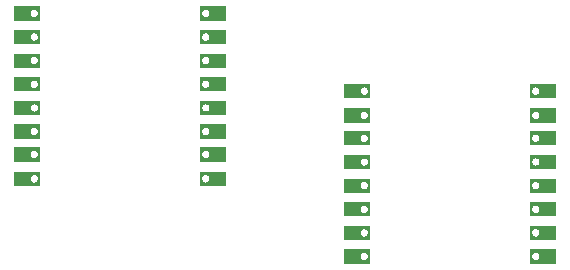
<source format=gtp>
G04 MADE WITH FRITZING*
G04 WWW.FRITZING.ORG*
G04 DOUBLE SIDED*
G04 HOLES PLATED*
G04 CONTOUR ON CENTER OF CONTOUR VECTOR*
%ASAXBY*%
%FSLAX23Y23*%
%MOIN*%
%OFA0B0*%
%SFA1.0B1.0*%
%ADD10R,0.001000X0.001000*%
%LNPASTEMASK1*%
G90*
G70*
G54D10*
X1035Y2138D02*
X1123Y2138D01*
X1655Y2138D02*
X1743Y2138D01*
X1035Y2137D02*
X1123Y2137D01*
X1655Y2137D02*
X1743Y2137D01*
X1035Y2136D02*
X1123Y2136D01*
X1655Y2136D02*
X1743Y2136D01*
X1035Y2135D02*
X1123Y2135D01*
X1655Y2135D02*
X1743Y2135D01*
X1035Y2134D02*
X1123Y2134D01*
X1655Y2134D02*
X1743Y2134D01*
X1035Y2133D02*
X1123Y2133D01*
X1655Y2133D02*
X1743Y2133D01*
X1035Y2132D02*
X1123Y2132D01*
X1655Y2132D02*
X1743Y2132D01*
X1035Y2131D02*
X1123Y2131D01*
X1655Y2131D02*
X1743Y2131D01*
X1035Y2130D02*
X1123Y2130D01*
X1655Y2130D02*
X1743Y2130D01*
X1035Y2129D02*
X1123Y2129D01*
X1655Y2129D02*
X1743Y2129D01*
X1035Y2128D02*
X1123Y2128D01*
X1655Y2128D02*
X1743Y2128D01*
X1035Y2127D02*
X1100Y2127D01*
X1106Y2127D02*
X1123Y2127D01*
X1655Y2127D02*
X1673Y2127D01*
X1678Y2127D02*
X1743Y2127D01*
X1035Y2126D02*
X1097Y2126D01*
X1109Y2126D02*
X1123Y2126D01*
X1655Y2126D02*
X1670Y2126D01*
X1681Y2126D02*
X1743Y2126D01*
X1035Y2125D02*
X1096Y2125D01*
X1111Y2125D02*
X1123Y2125D01*
X1655Y2125D02*
X1668Y2125D01*
X1683Y2125D02*
X1743Y2125D01*
X1035Y2124D02*
X1094Y2124D01*
X1112Y2124D02*
X1123Y2124D01*
X1655Y2124D02*
X1667Y2124D01*
X1684Y2124D02*
X1743Y2124D01*
X1035Y2123D02*
X1094Y2123D01*
X1113Y2123D02*
X1123Y2123D01*
X1655Y2123D02*
X1666Y2123D01*
X1685Y2123D02*
X1743Y2123D01*
X1035Y2122D02*
X1093Y2122D01*
X1114Y2122D02*
X1123Y2122D01*
X1655Y2122D02*
X1665Y2122D01*
X1686Y2122D02*
X1743Y2122D01*
X1035Y2121D02*
X1092Y2121D01*
X1114Y2121D02*
X1123Y2121D01*
X1655Y2121D02*
X1664Y2121D01*
X1686Y2121D02*
X1743Y2121D01*
X1035Y2120D02*
X1092Y2120D01*
X1115Y2120D02*
X1123Y2120D01*
X1655Y2120D02*
X1664Y2120D01*
X1687Y2120D02*
X1743Y2120D01*
X1035Y2119D02*
X1091Y2119D01*
X1115Y2119D02*
X1123Y2119D01*
X1655Y2119D02*
X1663Y2119D01*
X1687Y2119D02*
X1743Y2119D01*
X1035Y2118D02*
X1091Y2118D01*
X1115Y2118D02*
X1123Y2118D01*
X1655Y2118D02*
X1663Y2118D01*
X1687Y2118D02*
X1743Y2118D01*
X1035Y2117D02*
X1091Y2117D01*
X1116Y2117D02*
X1123Y2117D01*
X1655Y2117D02*
X1663Y2117D01*
X1688Y2117D02*
X1743Y2117D01*
X1035Y2116D02*
X1091Y2116D01*
X1116Y2116D02*
X1123Y2116D01*
X1655Y2116D02*
X1663Y2116D01*
X1688Y2116D02*
X1743Y2116D01*
X1035Y2115D02*
X1091Y2115D01*
X1116Y2115D02*
X1123Y2115D01*
X1655Y2115D02*
X1663Y2115D01*
X1688Y2115D02*
X1743Y2115D01*
X1035Y2114D02*
X1091Y2114D01*
X1116Y2114D02*
X1123Y2114D01*
X1655Y2114D02*
X1663Y2114D01*
X1688Y2114D02*
X1743Y2114D01*
X1035Y2113D02*
X1091Y2113D01*
X1116Y2113D02*
X1123Y2113D01*
X1655Y2113D02*
X1663Y2113D01*
X1688Y2113D02*
X1743Y2113D01*
X1035Y2112D02*
X1091Y2112D01*
X1115Y2112D02*
X1123Y2112D01*
X1655Y2112D02*
X1663Y2112D01*
X1687Y2112D02*
X1743Y2112D01*
X1035Y2111D02*
X1091Y2111D01*
X1115Y2111D02*
X1123Y2111D01*
X1655Y2111D02*
X1663Y2111D01*
X1687Y2111D02*
X1743Y2111D01*
X1035Y2110D02*
X1092Y2110D01*
X1115Y2110D02*
X1123Y2110D01*
X1655Y2110D02*
X1664Y2110D01*
X1687Y2110D02*
X1743Y2110D01*
X1035Y2109D02*
X1092Y2109D01*
X1114Y2109D02*
X1123Y2109D01*
X1655Y2109D02*
X1664Y2109D01*
X1686Y2109D02*
X1743Y2109D01*
X1035Y2108D02*
X1093Y2108D01*
X1113Y2108D02*
X1123Y2108D01*
X1655Y2108D02*
X1665Y2108D01*
X1686Y2108D02*
X1743Y2108D01*
X1035Y2107D02*
X1094Y2107D01*
X1113Y2107D02*
X1123Y2107D01*
X1655Y2107D02*
X1666Y2107D01*
X1685Y2107D02*
X1743Y2107D01*
X1035Y2106D02*
X1095Y2106D01*
X1112Y2106D02*
X1123Y2106D01*
X1655Y2106D02*
X1667Y2106D01*
X1684Y2106D02*
X1743Y2106D01*
X1035Y2105D02*
X1096Y2105D01*
X1110Y2105D02*
X1123Y2105D01*
X1655Y2105D02*
X1668Y2105D01*
X1682Y2105D02*
X1743Y2105D01*
X1035Y2104D02*
X1098Y2104D01*
X1109Y2104D02*
X1123Y2104D01*
X1655Y2104D02*
X1670Y2104D01*
X1681Y2104D02*
X1743Y2104D01*
X1035Y2103D02*
X1102Y2103D01*
X1104Y2103D02*
X1123Y2103D01*
X1655Y2103D02*
X1674Y2103D01*
X1677Y2103D02*
X1743Y2103D01*
X1035Y2102D02*
X1123Y2102D01*
X1655Y2102D02*
X1743Y2102D01*
X1035Y2101D02*
X1123Y2101D01*
X1655Y2101D02*
X1743Y2101D01*
X1035Y2100D02*
X1123Y2100D01*
X1655Y2100D02*
X1743Y2100D01*
X1035Y2099D02*
X1123Y2099D01*
X1655Y2099D02*
X1743Y2099D01*
X1035Y2098D02*
X1123Y2098D01*
X1655Y2098D02*
X1743Y2098D01*
X1035Y2097D02*
X1123Y2097D01*
X1655Y2097D02*
X1743Y2097D01*
X1035Y2096D02*
X1123Y2096D01*
X1655Y2096D02*
X1743Y2096D01*
X1035Y2095D02*
X1123Y2095D01*
X1655Y2095D02*
X1743Y2095D01*
X1035Y2094D02*
X1123Y2094D01*
X1655Y2094D02*
X1743Y2094D01*
X1035Y2093D02*
X1123Y2093D01*
X1655Y2093D02*
X1743Y2093D01*
X1035Y2092D02*
X1123Y2092D01*
X1655Y2092D02*
X1743Y2092D01*
X1035Y2059D02*
X1123Y2059D01*
X1655Y2059D02*
X1743Y2059D01*
X1035Y2058D02*
X1123Y2058D01*
X1655Y2058D02*
X1743Y2058D01*
X1035Y2057D02*
X1123Y2057D01*
X1655Y2057D02*
X1743Y2057D01*
X1035Y2056D02*
X1123Y2056D01*
X1655Y2056D02*
X1743Y2056D01*
X1035Y2055D02*
X1123Y2055D01*
X1655Y2055D02*
X1743Y2055D01*
X1035Y2054D02*
X1123Y2054D01*
X1655Y2054D02*
X1743Y2054D01*
X1035Y2053D02*
X1123Y2053D01*
X1655Y2053D02*
X1743Y2053D01*
X1035Y2052D02*
X1123Y2052D01*
X1655Y2052D02*
X1743Y2052D01*
X1035Y2051D02*
X1123Y2051D01*
X1655Y2051D02*
X1743Y2051D01*
X1035Y2050D02*
X1123Y2050D01*
X1655Y2050D02*
X1743Y2050D01*
X1035Y2049D02*
X1123Y2049D01*
X1655Y2049D02*
X1743Y2049D01*
X1035Y2048D02*
X1100Y2048D01*
X1107Y2048D02*
X1123Y2048D01*
X1655Y2048D02*
X1672Y2048D01*
X1679Y2048D02*
X1743Y2048D01*
X1035Y2047D02*
X1097Y2047D01*
X1109Y2047D02*
X1123Y2047D01*
X1655Y2047D02*
X1669Y2047D01*
X1681Y2047D02*
X1743Y2047D01*
X1035Y2046D02*
X1095Y2046D01*
X1111Y2046D02*
X1123Y2046D01*
X1655Y2046D02*
X1667Y2046D01*
X1683Y2046D02*
X1743Y2046D01*
X1035Y2045D02*
X1094Y2045D01*
X1112Y2045D02*
X1123Y2045D01*
X1655Y2045D02*
X1666Y2045D01*
X1684Y2045D02*
X1743Y2045D01*
X1035Y2044D02*
X1093Y2044D01*
X1113Y2044D02*
X1123Y2044D01*
X1655Y2044D02*
X1665Y2044D01*
X1685Y2044D02*
X1743Y2044D01*
X1035Y2043D02*
X1093Y2043D01*
X1114Y2043D02*
X1123Y2043D01*
X1655Y2043D02*
X1665Y2043D01*
X1686Y2043D02*
X1743Y2043D01*
X1035Y2042D02*
X1092Y2042D01*
X1114Y2042D02*
X1123Y2042D01*
X1655Y2042D02*
X1664Y2042D01*
X1686Y2042D02*
X1743Y2042D01*
X1035Y2041D02*
X1092Y2041D01*
X1115Y2041D02*
X1123Y2041D01*
X1655Y2041D02*
X1664Y2041D01*
X1687Y2041D02*
X1743Y2041D01*
X1035Y2040D02*
X1091Y2040D01*
X1115Y2040D02*
X1123Y2040D01*
X1655Y2040D02*
X1663Y2040D01*
X1687Y2040D02*
X1743Y2040D01*
X1035Y2039D02*
X1091Y2039D01*
X1115Y2039D02*
X1123Y2039D01*
X1655Y2039D02*
X1663Y2039D01*
X1688Y2039D02*
X1743Y2039D01*
X1035Y2038D02*
X1091Y2038D01*
X1116Y2038D02*
X1123Y2038D01*
X1655Y2038D02*
X1663Y2038D01*
X1688Y2038D02*
X1743Y2038D01*
X1035Y2037D02*
X1091Y2037D01*
X1116Y2037D02*
X1123Y2037D01*
X1655Y2037D02*
X1663Y2037D01*
X1688Y2037D02*
X1743Y2037D01*
X1035Y2036D02*
X1091Y2036D01*
X1116Y2036D02*
X1123Y2036D01*
X1655Y2036D02*
X1663Y2036D01*
X1688Y2036D02*
X1743Y2036D01*
X1035Y2035D02*
X1091Y2035D01*
X1116Y2035D02*
X1123Y2035D01*
X1655Y2035D02*
X1663Y2035D01*
X1688Y2035D02*
X1743Y2035D01*
X1035Y2034D02*
X1091Y2034D01*
X1116Y2034D02*
X1123Y2034D01*
X1655Y2034D02*
X1663Y2034D01*
X1688Y2034D02*
X1743Y2034D01*
X1035Y2033D02*
X1091Y2033D01*
X1115Y2033D02*
X1123Y2033D01*
X1655Y2033D02*
X1663Y2033D01*
X1687Y2033D02*
X1743Y2033D01*
X1035Y2032D02*
X1091Y2032D01*
X1115Y2032D02*
X1123Y2032D01*
X1655Y2032D02*
X1663Y2032D01*
X1687Y2032D02*
X1743Y2032D01*
X1035Y2031D02*
X1092Y2031D01*
X1115Y2031D02*
X1123Y2031D01*
X1655Y2031D02*
X1664Y2031D01*
X1687Y2031D02*
X1743Y2031D01*
X1035Y2030D02*
X1092Y2030D01*
X1114Y2030D02*
X1123Y2030D01*
X1655Y2030D02*
X1664Y2030D01*
X1686Y2030D02*
X1743Y2030D01*
X1035Y2029D02*
X1093Y2029D01*
X1113Y2029D02*
X1123Y2029D01*
X1655Y2029D02*
X1665Y2029D01*
X1685Y2029D02*
X1743Y2029D01*
X1035Y2028D02*
X1094Y2028D01*
X1113Y2028D02*
X1123Y2028D01*
X1655Y2028D02*
X1666Y2028D01*
X1685Y2028D02*
X1743Y2028D01*
X1035Y2027D02*
X1095Y2027D01*
X1111Y2027D02*
X1123Y2027D01*
X1655Y2027D02*
X1667Y2027D01*
X1683Y2027D02*
X1743Y2027D01*
X1035Y2026D02*
X1096Y2026D01*
X1110Y2026D02*
X1123Y2026D01*
X1655Y2026D02*
X1668Y2026D01*
X1682Y2026D02*
X1743Y2026D01*
X1035Y2025D02*
X1098Y2025D01*
X1108Y2025D02*
X1123Y2025D01*
X1655Y2025D02*
X1670Y2025D01*
X1680Y2025D02*
X1743Y2025D01*
X1035Y2024D02*
X1123Y2024D01*
X1655Y2024D02*
X1743Y2024D01*
X1035Y2023D02*
X1123Y2023D01*
X1655Y2023D02*
X1743Y2023D01*
X1035Y2022D02*
X1123Y2022D01*
X1655Y2022D02*
X1743Y2022D01*
X1035Y2021D02*
X1123Y2021D01*
X1655Y2021D02*
X1743Y2021D01*
X1035Y2020D02*
X1123Y2020D01*
X1655Y2020D02*
X1743Y2020D01*
X1035Y2019D02*
X1123Y2019D01*
X1655Y2019D02*
X1743Y2019D01*
X1035Y2018D02*
X1123Y2018D01*
X1655Y2018D02*
X1743Y2018D01*
X1035Y2017D02*
X1123Y2017D01*
X1655Y2017D02*
X1743Y2017D01*
X1035Y2016D02*
X1123Y2016D01*
X1655Y2016D02*
X1743Y2016D01*
X1035Y2015D02*
X1123Y2015D01*
X1655Y2015D02*
X1743Y2015D01*
X1035Y2014D02*
X1123Y2014D01*
X1655Y2014D02*
X1743Y2014D01*
X1036Y2013D02*
X1123Y2013D01*
X1656Y2013D02*
X1743Y2013D01*
X1036Y1981D02*
X1123Y1981D01*
X1656Y1981D02*
X1743Y1981D01*
X1036Y1980D02*
X1123Y1980D01*
X1655Y1980D02*
X1743Y1980D01*
X1036Y1979D02*
X1123Y1979D01*
X1655Y1979D02*
X1743Y1979D01*
X1036Y1978D02*
X1123Y1978D01*
X1655Y1978D02*
X1743Y1978D01*
X1036Y1977D02*
X1123Y1977D01*
X1655Y1977D02*
X1743Y1977D01*
X1036Y1976D02*
X1123Y1976D01*
X1655Y1976D02*
X1743Y1976D01*
X1036Y1975D02*
X1123Y1975D01*
X1655Y1975D02*
X1743Y1975D01*
X1036Y1974D02*
X1123Y1974D01*
X1655Y1974D02*
X1743Y1974D01*
X1036Y1973D02*
X1123Y1973D01*
X1655Y1973D02*
X1743Y1973D01*
X1036Y1972D02*
X1123Y1972D01*
X1655Y1972D02*
X1743Y1972D01*
X1036Y1971D02*
X1123Y1971D01*
X1655Y1971D02*
X1743Y1971D01*
X1036Y1970D02*
X1123Y1970D01*
X1655Y1970D02*
X1743Y1970D01*
X1036Y1969D02*
X1099Y1969D01*
X1107Y1969D02*
X1123Y1969D01*
X1655Y1969D02*
X1671Y1969D01*
X1680Y1969D02*
X1743Y1969D01*
X1036Y1968D02*
X1097Y1968D01*
X1110Y1968D02*
X1123Y1968D01*
X1655Y1968D02*
X1669Y1968D01*
X1682Y1968D02*
X1743Y1968D01*
X1036Y1967D02*
X1095Y1967D01*
X1111Y1967D02*
X1123Y1967D01*
X1655Y1967D02*
X1667Y1967D01*
X1683Y1967D02*
X1743Y1967D01*
X1036Y1966D02*
X1094Y1966D01*
X1112Y1966D02*
X1123Y1966D01*
X1655Y1966D02*
X1666Y1966D01*
X1684Y1966D02*
X1743Y1966D01*
X1036Y1965D02*
X1093Y1965D01*
X1113Y1965D02*
X1123Y1965D01*
X1655Y1965D02*
X1665Y1965D01*
X1685Y1965D02*
X1743Y1965D01*
X1036Y1964D02*
X1093Y1964D01*
X1114Y1964D02*
X1123Y1964D01*
X1655Y1964D02*
X1664Y1964D01*
X1686Y1964D02*
X1743Y1964D01*
X1036Y1963D02*
X1092Y1963D01*
X1114Y1963D02*
X1123Y1963D01*
X1655Y1963D02*
X1664Y1963D01*
X1687Y1963D02*
X1743Y1963D01*
X1036Y1962D02*
X1091Y1962D01*
X1115Y1962D02*
X1123Y1962D01*
X1655Y1962D02*
X1663Y1962D01*
X1687Y1962D02*
X1743Y1962D01*
X1036Y1961D02*
X1091Y1961D01*
X1115Y1961D02*
X1123Y1961D01*
X1655Y1961D02*
X1663Y1961D01*
X1687Y1961D02*
X1743Y1961D01*
X1036Y1960D02*
X1091Y1960D01*
X1116Y1960D02*
X1123Y1960D01*
X1655Y1960D02*
X1663Y1960D01*
X1688Y1960D02*
X1743Y1960D01*
X1036Y1959D02*
X1091Y1959D01*
X1116Y1959D02*
X1123Y1959D01*
X1655Y1959D02*
X1663Y1959D01*
X1688Y1959D02*
X1743Y1959D01*
X1036Y1958D02*
X1091Y1958D01*
X1116Y1958D02*
X1123Y1958D01*
X1655Y1958D02*
X1663Y1958D01*
X1688Y1958D02*
X1743Y1958D01*
X1036Y1957D02*
X1091Y1957D01*
X1116Y1957D02*
X1123Y1957D01*
X1655Y1957D02*
X1663Y1957D01*
X1688Y1957D02*
X1743Y1957D01*
X1036Y1956D02*
X1091Y1956D01*
X1116Y1956D02*
X1123Y1956D01*
X1655Y1956D02*
X1663Y1956D01*
X1688Y1956D02*
X1743Y1956D01*
X1036Y1955D02*
X1091Y1955D01*
X1116Y1955D02*
X1123Y1955D01*
X1655Y1955D02*
X1663Y1955D01*
X1688Y1955D02*
X1743Y1955D01*
X1036Y1954D02*
X1091Y1954D01*
X1115Y1954D02*
X1123Y1954D01*
X1655Y1954D02*
X1663Y1954D01*
X1687Y1954D02*
X1743Y1954D01*
X1036Y1953D02*
X1091Y1953D01*
X1115Y1953D02*
X1123Y1953D01*
X1655Y1953D02*
X1664Y1953D01*
X1687Y1953D02*
X1743Y1953D01*
X1036Y1952D02*
X1092Y1952D01*
X1114Y1952D02*
X1123Y1952D01*
X1655Y1952D02*
X1664Y1952D01*
X1686Y1952D02*
X1743Y1952D01*
X1036Y1951D02*
X1093Y1951D01*
X1114Y1951D02*
X1123Y1951D01*
X1655Y1951D02*
X1665Y1951D01*
X1686Y1951D02*
X1743Y1951D01*
X1036Y1950D02*
X1093Y1950D01*
X1113Y1950D02*
X1123Y1950D01*
X1655Y1950D02*
X1665Y1950D01*
X1685Y1950D02*
X1743Y1950D01*
X1036Y1949D02*
X1094Y1949D01*
X1112Y1949D02*
X1123Y1949D01*
X1655Y1949D02*
X1666Y1949D01*
X1684Y1949D02*
X1743Y1949D01*
X1036Y1948D02*
X1095Y1948D01*
X1111Y1948D02*
X1123Y1948D01*
X1655Y1948D02*
X1667Y1948D01*
X1683Y1948D02*
X1743Y1948D01*
X1036Y1947D02*
X1097Y1947D01*
X1110Y1947D02*
X1123Y1947D01*
X1655Y1947D02*
X1669Y1947D01*
X1682Y1947D02*
X1743Y1947D01*
X1036Y1946D02*
X1099Y1946D01*
X1108Y1946D02*
X1123Y1946D01*
X1655Y1946D02*
X1671Y1946D01*
X1679Y1946D02*
X1743Y1946D01*
X1036Y1945D02*
X1123Y1945D01*
X1655Y1945D02*
X1743Y1945D01*
X1036Y1944D02*
X1123Y1944D01*
X1655Y1944D02*
X1743Y1944D01*
X1036Y1943D02*
X1123Y1943D01*
X1655Y1943D02*
X1743Y1943D01*
X1036Y1942D02*
X1123Y1942D01*
X1655Y1942D02*
X1743Y1942D01*
X1036Y1941D02*
X1123Y1941D01*
X1655Y1941D02*
X1743Y1941D01*
X1036Y1940D02*
X1123Y1940D01*
X1655Y1940D02*
X1743Y1940D01*
X1036Y1939D02*
X1123Y1939D01*
X1655Y1939D02*
X1743Y1939D01*
X1036Y1938D02*
X1123Y1938D01*
X1655Y1938D02*
X1743Y1938D01*
X1036Y1937D02*
X1123Y1937D01*
X1655Y1937D02*
X1743Y1937D01*
X1036Y1936D02*
X1123Y1936D01*
X1655Y1936D02*
X1743Y1936D01*
X1036Y1935D02*
X1123Y1935D01*
X1655Y1935D02*
X1743Y1935D01*
X1036Y1934D02*
X1123Y1934D01*
X1656Y1934D02*
X1743Y1934D01*
X1036Y1902D02*
X1123Y1902D01*
X1655Y1902D02*
X1743Y1902D01*
X1036Y1901D02*
X1123Y1901D01*
X1655Y1901D02*
X1743Y1901D01*
X1036Y1900D02*
X1123Y1900D01*
X1655Y1900D02*
X1743Y1900D01*
X1036Y1899D02*
X1123Y1899D01*
X1655Y1899D02*
X1743Y1899D01*
X1036Y1898D02*
X1123Y1898D01*
X1655Y1898D02*
X1743Y1898D01*
X1036Y1897D02*
X1123Y1897D01*
X1655Y1897D02*
X1743Y1897D01*
X1036Y1896D02*
X1123Y1896D01*
X1655Y1896D02*
X1743Y1896D01*
X1036Y1895D02*
X1123Y1895D01*
X1655Y1895D02*
X1743Y1895D01*
X1036Y1894D02*
X1123Y1894D01*
X1655Y1894D02*
X1743Y1894D01*
X1036Y1893D02*
X1123Y1893D01*
X1655Y1893D02*
X1743Y1893D01*
X1036Y1892D02*
X1123Y1892D01*
X1655Y1892D02*
X1743Y1892D01*
X1036Y1891D02*
X1123Y1891D01*
X1655Y1891D02*
X1674Y1891D01*
X1677Y1891D02*
X1743Y1891D01*
X1036Y1890D02*
X1098Y1890D01*
X1108Y1890D02*
X1123Y1890D01*
X1655Y1890D02*
X1670Y1890D01*
X1681Y1890D02*
X1743Y1890D01*
X1036Y1889D02*
X1096Y1889D01*
X1110Y1889D02*
X1123Y1889D01*
X1655Y1889D02*
X1668Y1889D01*
X1682Y1889D02*
X1743Y1889D01*
X1036Y1888D02*
X1095Y1888D01*
X1112Y1888D02*
X1123Y1888D01*
X1655Y1888D02*
X1667Y1888D01*
X1684Y1888D02*
X1743Y1888D01*
X1036Y1887D02*
X1094Y1887D01*
X1113Y1887D02*
X1123Y1887D01*
X1655Y1887D02*
X1666Y1887D01*
X1685Y1887D02*
X1743Y1887D01*
X1036Y1886D02*
X1093Y1886D01*
X1113Y1886D02*
X1123Y1886D01*
X1655Y1886D02*
X1665Y1886D01*
X1686Y1886D02*
X1743Y1886D01*
X1036Y1885D02*
X1092Y1885D01*
X1114Y1885D02*
X1123Y1885D01*
X1655Y1885D02*
X1664Y1885D01*
X1686Y1885D02*
X1743Y1885D01*
X1036Y1884D02*
X1092Y1884D01*
X1115Y1884D02*
X1123Y1884D01*
X1655Y1884D02*
X1664Y1884D01*
X1687Y1884D02*
X1743Y1884D01*
X1036Y1883D02*
X1091Y1883D01*
X1115Y1883D02*
X1123Y1883D01*
X1655Y1883D02*
X1663Y1883D01*
X1687Y1883D02*
X1743Y1883D01*
X1036Y1882D02*
X1091Y1882D01*
X1115Y1882D02*
X1123Y1882D01*
X1655Y1882D02*
X1663Y1882D01*
X1687Y1882D02*
X1743Y1882D01*
X1036Y1881D02*
X1091Y1881D01*
X1116Y1881D02*
X1123Y1881D01*
X1655Y1881D02*
X1663Y1881D01*
X1688Y1881D02*
X1743Y1881D01*
X1036Y1880D02*
X1091Y1880D01*
X1116Y1880D02*
X1123Y1880D01*
X1655Y1880D02*
X1663Y1880D01*
X1688Y1880D02*
X1743Y1880D01*
X1036Y1879D02*
X1091Y1879D01*
X1116Y1879D02*
X1123Y1879D01*
X1655Y1879D02*
X1663Y1879D01*
X1688Y1879D02*
X1743Y1879D01*
X2135Y1879D02*
X2223Y1879D01*
X2755Y1879D02*
X2843Y1879D01*
X1036Y1878D02*
X1091Y1878D01*
X1116Y1878D02*
X1123Y1878D01*
X1655Y1878D02*
X1663Y1878D01*
X1688Y1878D02*
X1743Y1878D01*
X2135Y1878D02*
X2223Y1878D01*
X2755Y1878D02*
X2843Y1878D01*
X1036Y1877D02*
X1091Y1877D01*
X1116Y1877D02*
X1123Y1877D01*
X1655Y1877D02*
X1663Y1877D01*
X1688Y1877D02*
X1743Y1877D01*
X2135Y1877D02*
X2223Y1877D01*
X2755Y1877D02*
X2843Y1877D01*
X1036Y1876D02*
X1091Y1876D01*
X1115Y1876D02*
X1123Y1876D01*
X1655Y1876D02*
X1663Y1876D01*
X1687Y1876D02*
X1743Y1876D01*
X2135Y1876D02*
X2223Y1876D01*
X2755Y1876D02*
X2843Y1876D01*
X1036Y1875D02*
X1091Y1875D01*
X1115Y1875D02*
X1123Y1875D01*
X1655Y1875D02*
X1663Y1875D01*
X1687Y1875D02*
X1743Y1875D01*
X2135Y1875D02*
X2223Y1875D01*
X2755Y1875D02*
X2843Y1875D01*
X1036Y1874D02*
X1092Y1874D01*
X1115Y1874D02*
X1123Y1874D01*
X1655Y1874D02*
X1664Y1874D01*
X1687Y1874D02*
X1743Y1874D01*
X2135Y1874D02*
X2223Y1874D01*
X2755Y1874D02*
X2843Y1874D01*
X1036Y1873D02*
X1092Y1873D01*
X1114Y1873D02*
X1123Y1873D01*
X1655Y1873D02*
X1664Y1873D01*
X1686Y1873D02*
X1743Y1873D01*
X2135Y1873D02*
X2223Y1873D01*
X2755Y1873D02*
X2843Y1873D01*
X1036Y1872D02*
X1093Y1872D01*
X1114Y1872D02*
X1123Y1872D01*
X1655Y1872D02*
X1665Y1872D01*
X1686Y1872D02*
X1743Y1872D01*
X2135Y1872D02*
X2223Y1872D01*
X2755Y1872D02*
X2843Y1872D01*
X1036Y1871D02*
X1094Y1871D01*
X1113Y1871D02*
X1123Y1871D01*
X1655Y1871D02*
X1666Y1871D01*
X1685Y1871D02*
X1743Y1871D01*
X2135Y1871D02*
X2223Y1871D01*
X2755Y1871D02*
X2843Y1871D01*
X1036Y1870D02*
X1094Y1870D01*
X1112Y1870D02*
X1123Y1870D01*
X1655Y1870D02*
X1667Y1870D01*
X1684Y1870D02*
X1743Y1870D01*
X2135Y1870D02*
X2223Y1870D01*
X2755Y1870D02*
X2843Y1870D01*
X1036Y1869D02*
X1096Y1869D01*
X1111Y1869D02*
X1123Y1869D01*
X1655Y1869D02*
X1668Y1869D01*
X1683Y1869D02*
X1743Y1869D01*
X2135Y1869D02*
X2223Y1869D01*
X2755Y1869D02*
X2843Y1869D01*
X1036Y1868D02*
X1097Y1868D01*
X1109Y1868D02*
X1123Y1868D01*
X1655Y1868D02*
X1670Y1868D01*
X1681Y1868D02*
X1743Y1868D01*
X2135Y1868D02*
X2201Y1868D01*
X2206Y1868D02*
X2223Y1868D01*
X2755Y1868D02*
X2772Y1868D01*
X2778Y1868D02*
X2843Y1868D01*
X1036Y1867D02*
X1100Y1867D01*
X1106Y1867D02*
X1123Y1867D01*
X1655Y1867D02*
X1673Y1867D01*
X1678Y1867D02*
X1743Y1867D01*
X2135Y1867D02*
X2197Y1867D01*
X2209Y1867D02*
X2223Y1867D01*
X2755Y1867D02*
X2769Y1867D01*
X2781Y1867D02*
X2843Y1867D01*
X1036Y1866D02*
X1123Y1866D01*
X1655Y1866D02*
X1743Y1866D01*
X2135Y1866D02*
X2196Y1866D01*
X2211Y1866D02*
X2223Y1866D01*
X2755Y1866D02*
X2768Y1866D01*
X2783Y1866D02*
X2843Y1866D01*
X1036Y1865D02*
X1123Y1865D01*
X1655Y1865D02*
X1743Y1865D01*
X2135Y1865D02*
X2195Y1865D01*
X2212Y1865D02*
X2223Y1865D01*
X2755Y1865D02*
X2766Y1865D01*
X2784Y1865D02*
X2843Y1865D01*
X1036Y1864D02*
X1123Y1864D01*
X1655Y1864D02*
X1743Y1864D01*
X2135Y1864D02*
X2194Y1864D01*
X2213Y1864D02*
X2223Y1864D01*
X2755Y1864D02*
X2766Y1864D01*
X2785Y1864D02*
X2843Y1864D01*
X1036Y1863D02*
X1123Y1863D01*
X1655Y1863D02*
X1743Y1863D01*
X2135Y1863D02*
X2193Y1863D01*
X2214Y1863D02*
X2223Y1863D01*
X2755Y1863D02*
X2765Y1863D01*
X2786Y1863D02*
X2843Y1863D01*
X1036Y1862D02*
X1123Y1862D01*
X1655Y1862D02*
X1743Y1862D01*
X2135Y1862D02*
X2192Y1862D01*
X2214Y1862D02*
X2223Y1862D01*
X2755Y1862D02*
X2764Y1862D01*
X2786Y1862D02*
X2843Y1862D01*
X1036Y1861D02*
X1123Y1861D01*
X1655Y1861D02*
X1743Y1861D01*
X2135Y1861D02*
X2192Y1861D01*
X2215Y1861D02*
X2223Y1861D01*
X2755Y1861D02*
X2764Y1861D01*
X2787Y1861D02*
X2843Y1861D01*
X1036Y1860D02*
X1123Y1860D01*
X1655Y1860D02*
X1743Y1860D01*
X2135Y1860D02*
X2191Y1860D01*
X2215Y1860D02*
X2223Y1860D01*
X2755Y1860D02*
X2763Y1860D01*
X2787Y1860D02*
X2843Y1860D01*
X1036Y1859D02*
X1123Y1859D01*
X1655Y1859D02*
X1743Y1859D01*
X2135Y1859D02*
X2191Y1859D01*
X2215Y1859D02*
X2223Y1859D01*
X2755Y1859D02*
X2763Y1859D01*
X2787Y1859D02*
X2843Y1859D01*
X1036Y1858D02*
X1123Y1858D01*
X1655Y1858D02*
X1743Y1858D01*
X2135Y1858D02*
X2191Y1858D01*
X2216Y1858D02*
X2223Y1858D01*
X2755Y1858D02*
X2763Y1858D01*
X2788Y1858D02*
X2843Y1858D01*
X1036Y1857D02*
X1123Y1857D01*
X1655Y1857D02*
X1743Y1857D01*
X2135Y1857D02*
X2191Y1857D01*
X2216Y1857D02*
X2223Y1857D01*
X2755Y1857D02*
X2763Y1857D01*
X2788Y1857D02*
X2843Y1857D01*
X1036Y1856D02*
X1123Y1856D01*
X1655Y1856D02*
X1743Y1856D01*
X2135Y1856D02*
X2191Y1856D01*
X2216Y1856D02*
X2223Y1856D01*
X2755Y1856D02*
X2763Y1856D01*
X2788Y1856D02*
X2843Y1856D01*
X2135Y1855D02*
X2191Y1855D01*
X2216Y1855D02*
X2223Y1855D01*
X2755Y1855D02*
X2763Y1855D01*
X2788Y1855D02*
X2843Y1855D01*
X2135Y1854D02*
X2191Y1854D01*
X2216Y1854D02*
X2223Y1854D01*
X2755Y1854D02*
X2763Y1854D01*
X2788Y1854D02*
X2843Y1854D01*
X2135Y1853D02*
X2191Y1853D01*
X2215Y1853D02*
X2223Y1853D01*
X2755Y1853D02*
X2763Y1853D01*
X2787Y1853D02*
X2843Y1853D01*
X2135Y1852D02*
X2191Y1852D01*
X2215Y1852D02*
X2223Y1852D01*
X2755Y1852D02*
X2763Y1852D01*
X2787Y1852D02*
X2843Y1852D01*
X2135Y1851D02*
X2192Y1851D01*
X2215Y1851D02*
X2223Y1851D01*
X2755Y1851D02*
X2764Y1851D01*
X2787Y1851D02*
X2843Y1851D01*
X2135Y1850D02*
X2192Y1850D01*
X2214Y1850D02*
X2223Y1850D01*
X2755Y1850D02*
X2764Y1850D01*
X2786Y1850D02*
X2843Y1850D01*
X2135Y1849D02*
X2193Y1849D01*
X2214Y1849D02*
X2223Y1849D01*
X2755Y1849D02*
X2765Y1849D01*
X2785Y1849D02*
X2843Y1849D01*
X2135Y1848D02*
X2194Y1848D01*
X2213Y1848D02*
X2223Y1848D01*
X2755Y1848D02*
X2766Y1848D01*
X2785Y1848D02*
X2843Y1848D01*
X2135Y1847D02*
X2195Y1847D01*
X2212Y1847D02*
X2223Y1847D01*
X2755Y1847D02*
X2767Y1847D01*
X2784Y1847D02*
X2843Y1847D01*
X2135Y1846D02*
X2196Y1846D01*
X2210Y1846D02*
X2223Y1846D01*
X2755Y1846D02*
X2768Y1846D01*
X2782Y1846D02*
X2843Y1846D01*
X2135Y1845D02*
X2198Y1845D01*
X2209Y1845D02*
X2223Y1845D01*
X2755Y1845D02*
X2770Y1845D01*
X2780Y1845D02*
X2843Y1845D01*
X2135Y1844D02*
X2202Y1844D01*
X2205Y1844D02*
X2223Y1844D01*
X2755Y1844D02*
X2843Y1844D01*
X2135Y1843D02*
X2223Y1843D01*
X2755Y1843D02*
X2843Y1843D01*
X2135Y1842D02*
X2223Y1842D01*
X2755Y1842D02*
X2843Y1842D01*
X2135Y1841D02*
X2223Y1841D01*
X2755Y1841D02*
X2843Y1841D01*
X2135Y1840D02*
X2223Y1840D01*
X2755Y1840D02*
X2843Y1840D01*
X2135Y1839D02*
X2223Y1839D01*
X2755Y1839D02*
X2843Y1839D01*
X2135Y1838D02*
X2223Y1838D01*
X2755Y1838D02*
X2843Y1838D01*
X2135Y1837D02*
X2223Y1837D01*
X2755Y1837D02*
X2843Y1837D01*
X2135Y1836D02*
X2223Y1836D01*
X2755Y1836D02*
X2843Y1836D01*
X2135Y1835D02*
X2223Y1835D01*
X2755Y1835D02*
X2843Y1835D01*
X2135Y1834D02*
X2223Y1834D01*
X2755Y1834D02*
X2843Y1834D01*
X2135Y1833D02*
X2223Y1833D01*
X2755Y1833D02*
X2843Y1833D01*
X1036Y1823D02*
X1123Y1823D01*
X1655Y1823D02*
X1743Y1823D01*
X1036Y1822D02*
X1123Y1822D01*
X1655Y1822D02*
X1743Y1822D01*
X1036Y1821D02*
X1123Y1821D01*
X1655Y1821D02*
X1743Y1821D01*
X1036Y1820D02*
X1123Y1820D01*
X1655Y1820D02*
X1743Y1820D01*
X1036Y1819D02*
X1123Y1819D01*
X1655Y1819D02*
X1743Y1819D01*
X1036Y1818D02*
X1123Y1818D01*
X1655Y1818D02*
X1743Y1818D01*
X1036Y1817D02*
X1123Y1817D01*
X1655Y1817D02*
X1743Y1817D01*
X1036Y1816D02*
X1123Y1816D01*
X1655Y1816D02*
X1743Y1816D01*
X1036Y1815D02*
X1123Y1815D01*
X1655Y1815D02*
X1743Y1815D01*
X1036Y1814D02*
X1123Y1814D01*
X1655Y1814D02*
X1743Y1814D01*
X1036Y1813D02*
X1123Y1813D01*
X1655Y1813D02*
X1743Y1813D01*
X1036Y1812D02*
X1101Y1812D01*
X1106Y1812D02*
X1123Y1812D01*
X1655Y1812D02*
X1672Y1812D01*
X1678Y1812D02*
X1743Y1812D01*
X1036Y1811D02*
X1097Y1811D01*
X1109Y1811D02*
X1123Y1811D01*
X1655Y1811D02*
X1669Y1811D01*
X1681Y1811D02*
X1743Y1811D01*
X1036Y1810D02*
X1096Y1810D01*
X1111Y1810D02*
X1123Y1810D01*
X1655Y1810D02*
X1668Y1810D01*
X1683Y1810D02*
X1743Y1810D01*
X1036Y1809D02*
X1095Y1809D01*
X1112Y1809D02*
X1123Y1809D01*
X1655Y1809D02*
X1666Y1809D01*
X1684Y1809D02*
X1743Y1809D01*
X1036Y1808D02*
X1094Y1808D01*
X1113Y1808D02*
X1123Y1808D01*
X1655Y1808D02*
X1666Y1808D01*
X1685Y1808D02*
X1743Y1808D01*
X1036Y1807D02*
X1093Y1807D01*
X1114Y1807D02*
X1123Y1807D01*
X1655Y1807D02*
X1665Y1807D01*
X1686Y1807D02*
X1743Y1807D01*
X1036Y1806D02*
X1092Y1806D01*
X1114Y1806D02*
X1123Y1806D01*
X1655Y1806D02*
X1664Y1806D01*
X1686Y1806D02*
X1743Y1806D01*
X1036Y1805D02*
X1092Y1805D01*
X1115Y1805D02*
X1123Y1805D01*
X1655Y1805D02*
X1664Y1805D01*
X1687Y1805D02*
X1743Y1805D01*
X1036Y1804D02*
X1091Y1804D01*
X1115Y1804D02*
X1123Y1804D01*
X1655Y1804D02*
X1663Y1804D01*
X1687Y1804D02*
X1743Y1804D01*
X1036Y1803D02*
X1091Y1803D01*
X1115Y1803D02*
X1123Y1803D01*
X1655Y1803D02*
X1663Y1803D01*
X1687Y1803D02*
X1743Y1803D01*
X1036Y1802D02*
X1091Y1802D01*
X1116Y1802D02*
X1123Y1802D01*
X1655Y1802D02*
X1663Y1802D01*
X1688Y1802D02*
X1743Y1802D01*
X1036Y1801D02*
X1091Y1801D01*
X1116Y1801D02*
X1123Y1801D01*
X1655Y1801D02*
X1663Y1801D01*
X1688Y1801D02*
X1743Y1801D01*
X1036Y1800D02*
X1091Y1800D01*
X1116Y1800D02*
X1123Y1800D01*
X1655Y1800D02*
X1663Y1800D01*
X1688Y1800D02*
X1743Y1800D01*
X1036Y1799D02*
X1091Y1799D01*
X1116Y1799D02*
X1123Y1799D01*
X1655Y1799D02*
X1663Y1799D01*
X1688Y1799D02*
X1743Y1799D01*
X1036Y1798D02*
X1091Y1798D01*
X1116Y1798D02*
X1123Y1798D01*
X1655Y1798D02*
X1663Y1798D01*
X1688Y1798D02*
X1743Y1798D01*
X2135Y1798D02*
X2223Y1798D01*
X2755Y1798D02*
X2843Y1798D01*
X1036Y1797D02*
X1091Y1797D01*
X1115Y1797D02*
X1123Y1797D01*
X1655Y1797D02*
X1663Y1797D01*
X1687Y1797D02*
X1743Y1797D01*
X2135Y1797D02*
X2223Y1797D01*
X2755Y1797D02*
X2843Y1797D01*
X1036Y1796D02*
X1091Y1796D01*
X1115Y1796D02*
X1123Y1796D01*
X1655Y1796D02*
X1663Y1796D01*
X1687Y1796D02*
X1743Y1796D01*
X2135Y1796D02*
X2223Y1796D01*
X2755Y1796D02*
X2843Y1796D01*
X1036Y1795D02*
X1092Y1795D01*
X1115Y1795D02*
X1123Y1795D01*
X1655Y1795D02*
X1664Y1795D01*
X1687Y1795D02*
X1743Y1795D01*
X2135Y1795D02*
X2223Y1795D01*
X2755Y1795D02*
X2843Y1795D01*
X1036Y1794D02*
X1092Y1794D01*
X1114Y1794D02*
X1123Y1794D01*
X1655Y1794D02*
X1664Y1794D01*
X1686Y1794D02*
X1743Y1794D01*
X2135Y1794D02*
X2223Y1794D01*
X2755Y1794D02*
X2843Y1794D01*
X1036Y1793D02*
X1093Y1793D01*
X1114Y1793D02*
X1123Y1793D01*
X1655Y1793D02*
X1665Y1793D01*
X1685Y1793D02*
X1743Y1793D01*
X2135Y1793D02*
X2223Y1793D01*
X2755Y1793D02*
X2843Y1793D01*
X1036Y1792D02*
X1094Y1792D01*
X1113Y1792D02*
X1123Y1792D01*
X1655Y1792D02*
X1666Y1792D01*
X1685Y1792D02*
X1743Y1792D01*
X2135Y1792D02*
X2223Y1792D01*
X2755Y1792D02*
X2843Y1792D01*
X1036Y1791D02*
X1095Y1791D01*
X1112Y1791D02*
X1123Y1791D01*
X1655Y1791D02*
X1667Y1791D01*
X1684Y1791D02*
X1743Y1791D01*
X2135Y1791D02*
X2223Y1791D01*
X2755Y1791D02*
X2843Y1791D01*
X1036Y1790D02*
X1096Y1790D01*
X1110Y1790D02*
X1123Y1790D01*
X1655Y1790D02*
X1668Y1790D01*
X1682Y1790D02*
X1743Y1790D01*
X2135Y1790D02*
X2223Y1790D01*
X2755Y1790D02*
X2843Y1790D01*
X1036Y1789D02*
X1098Y1789D01*
X1109Y1789D02*
X1123Y1789D01*
X1655Y1789D02*
X1670Y1789D01*
X1680Y1789D02*
X1743Y1789D01*
X2135Y1789D02*
X2223Y1789D01*
X2755Y1789D02*
X2843Y1789D01*
X1036Y1788D02*
X1102Y1788D01*
X1105Y1788D02*
X1123Y1788D01*
X1655Y1788D02*
X1743Y1788D01*
X2135Y1788D02*
X2223Y1788D01*
X2755Y1788D02*
X2843Y1788D01*
X1036Y1787D02*
X1123Y1787D01*
X1655Y1787D02*
X1743Y1787D01*
X2135Y1787D02*
X2200Y1787D01*
X2206Y1787D02*
X2223Y1787D01*
X2755Y1787D02*
X2772Y1787D01*
X2778Y1787D02*
X2843Y1787D01*
X1036Y1786D02*
X1123Y1786D01*
X1655Y1786D02*
X1743Y1786D01*
X2135Y1786D02*
X2197Y1786D01*
X2209Y1786D02*
X2223Y1786D01*
X2755Y1786D02*
X2769Y1786D01*
X2781Y1786D02*
X2843Y1786D01*
X1036Y1785D02*
X1123Y1785D01*
X1655Y1785D02*
X1743Y1785D01*
X2135Y1785D02*
X2196Y1785D01*
X2211Y1785D02*
X2223Y1785D01*
X2755Y1785D02*
X2768Y1785D01*
X2783Y1785D02*
X2843Y1785D01*
X1036Y1784D02*
X1123Y1784D01*
X1655Y1784D02*
X1743Y1784D01*
X2135Y1784D02*
X2194Y1784D01*
X2212Y1784D02*
X2223Y1784D01*
X2755Y1784D02*
X2767Y1784D01*
X2784Y1784D02*
X2843Y1784D01*
X1036Y1783D02*
X1123Y1783D01*
X1655Y1783D02*
X1743Y1783D01*
X2135Y1783D02*
X2193Y1783D01*
X2213Y1783D02*
X2223Y1783D01*
X2755Y1783D02*
X2766Y1783D01*
X2785Y1783D02*
X2843Y1783D01*
X1036Y1782D02*
X1123Y1782D01*
X1655Y1782D02*
X1743Y1782D01*
X2135Y1782D02*
X2193Y1782D01*
X2214Y1782D02*
X2223Y1782D01*
X2755Y1782D02*
X2765Y1782D01*
X2786Y1782D02*
X2843Y1782D01*
X1036Y1781D02*
X1123Y1781D01*
X1655Y1781D02*
X1743Y1781D01*
X2135Y1781D02*
X2192Y1781D01*
X2214Y1781D02*
X2223Y1781D01*
X2755Y1781D02*
X2764Y1781D01*
X2786Y1781D02*
X2843Y1781D01*
X1036Y1780D02*
X1123Y1780D01*
X1655Y1780D02*
X1743Y1780D01*
X2135Y1780D02*
X2192Y1780D01*
X2215Y1780D02*
X2223Y1780D01*
X2755Y1780D02*
X2764Y1780D01*
X2787Y1780D02*
X2843Y1780D01*
X1036Y1779D02*
X1123Y1779D01*
X1655Y1779D02*
X1743Y1779D01*
X2135Y1779D02*
X2191Y1779D01*
X2215Y1779D02*
X2223Y1779D01*
X2755Y1779D02*
X2763Y1779D01*
X2787Y1779D02*
X2843Y1779D01*
X1036Y1778D02*
X1123Y1778D01*
X1655Y1778D02*
X1743Y1778D01*
X2135Y1778D02*
X2191Y1778D01*
X2215Y1778D02*
X2223Y1778D01*
X2755Y1778D02*
X2763Y1778D01*
X2788Y1778D02*
X2843Y1778D01*
X1036Y1777D02*
X1123Y1777D01*
X1655Y1777D02*
X1743Y1777D01*
X2135Y1777D02*
X2191Y1777D01*
X2216Y1777D02*
X2223Y1777D01*
X2755Y1777D02*
X2763Y1777D01*
X2788Y1777D02*
X2843Y1777D01*
X2135Y1776D02*
X2191Y1776D01*
X2216Y1776D02*
X2223Y1776D01*
X2755Y1776D02*
X2763Y1776D01*
X2788Y1776D02*
X2843Y1776D01*
X2135Y1775D02*
X2191Y1775D01*
X2216Y1775D02*
X2223Y1775D01*
X2755Y1775D02*
X2763Y1775D01*
X2788Y1775D02*
X2843Y1775D01*
X2135Y1774D02*
X2191Y1774D01*
X2216Y1774D02*
X2223Y1774D01*
X2755Y1774D02*
X2763Y1774D01*
X2788Y1774D02*
X2843Y1774D01*
X2135Y1773D02*
X2191Y1773D01*
X2216Y1773D02*
X2223Y1773D01*
X2755Y1773D02*
X2763Y1773D01*
X2788Y1773D02*
X2843Y1773D01*
X2135Y1772D02*
X2191Y1772D01*
X2215Y1772D02*
X2223Y1772D01*
X2755Y1772D02*
X2763Y1772D01*
X2787Y1772D02*
X2843Y1772D01*
X2135Y1771D02*
X2191Y1771D01*
X2215Y1771D02*
X2223Y1771D01*
X2755Y1771D02*
X2763Y1771D01*
X2787Y1771D02*
X2843Y1771D01*
X2135Y1770D02*
X2192Y1770D01*
X2215Y1770D02*
X2223Y1770D01*
X2755Y1770D02*
X2764Y1770D01*
X2787Y1770D02*
X2843Y1770D01*
X2135Y1769D02*
X2192Y1769D01*
X2214Y1769D02*
X2223Y1769D01*
X2755Y1769D02*
X2764Y1769D01*
X2786Y1769D02*
X2843Y1769D01*
X2135Y1768D02*
X2193Y1768D01*
X2213Y1768D02*
X2223Y1768D01*
X2755Y1768D02*
X2765Y1768D01*
X2786Y1768D02*
X2843Y1768D01*
X2135Y1767D02*
X2194Y1767D01*
X2213Y1767D02*
X2223Y1767D01*
X2755Y1767D02*
X2766Y1767D01*
X2785Y1767D02*
X2843Y1767D01*
X2135Y1766D02*
X2195Y1766D01*
X2212Y1766D02*
X2223Y1766D01*
X2755Y1766D02*
X2767Y1766D01*
X2784Y1766D02*
X2843Y1766D01*
X2135Y1765D02*
X2196Y1765D01*
X2210Y1765D02*
X2223Y1765D01*
X2755Y1765D02*
X2768Y1765D01*
X2782Y1765D02*
X2843Y1765D01*
X2135Y1764D02*
X2198Y1764D01*
X2208Y1764D02*
X2223Y1764D01*
X2755Y1764D02*
X2770Y1764D01*
X2781Y1764D02*
X2843Y1764D01*
X2135Y1763D02*
X2202Y1763D01*
X2204Y1763D02*
X2223Y1763D01*
X2755Y1763D02*
X2843Y1763D01*
X2135Y1762D02*
X2223Y1762D01*
X2755Y1762D02*
X2843Y1762D01*
X2135Y1761D02*
X2223Y1761D01*
X2755Y1761D02*
X2843Y1761D01*
X2135Y1760D02*
X2223Y1760D01*
X2755Y1760D02*
X2843Y1760D01*
X2135Y1759D02*
X2223Y1759D01*
X2755Y1759D02*
X2843Y1759D01*
X2135Y1758D02*
X2223Y1758D01*
X2755Y1758D02*
X2843Y1758D01*
X2135Y1757D02*
X2223Y1757D01*
X2755Y1757D02*
X2843Y1757D01*
X2135Y1756D02*
X2223Y1756D01*
X2755Y1756D02*
X2843Y1756D01*
X2135Y1755D02*
X2223Y1755D01*
X2755Y1755D02*
X2843Y1755D01*
X2135Y1754D02*
X2223Y1754D01*
X2755Y1754D02*
X2843Y1754D01*
X2135Y1753D02*
X2223Y1753D01*
X2755Y1753D02*
X2843Y1753D01*
X2135Y1752D02*
X2223Y1752D01*
X2755Y1752D02*
X2843Y1752D01*
X1036Y1745D02*
X1123Y1745D01*
X1656Y1745D02*
X1742Y1745D01*
X1035Y1744D02*
X1123Y1744D01*
X1655Y1744D02*
X1743Y1744D01*
X1035Y1743D02*
X1123Y1743D01*
X1655Y1743D02*
X1743Y1743D01*
X1035Y1742D02*
X1123Y1742D01*
X1655Y1742D02*
X1743Y1742D01*
X1035Y1741D02*
X1123Y1741D01*
X1655Y1741D02*
X1743Y1741D01*
X1035Y1740D02*
X1123Y1740D01*
X1655Y1740D02*
X1743Y1740D01*
X1035Y1739D02*
X1123Y1739D01*
X1655Y1739D02*
X1743Y1739D01*
X1035Y1738D02*
X1123Y1738D01*
X1655Y1738D02*
X1743Y1738D01*
X1035Y1737D02*
X1123Y1737D01*
X1655Y1737D02*
X1743Y1737D01*
X1035Y1736D02*
X1123Y1736D01*
X1655Y1736D02*
X1743Y1736D01*
X1035Y1735D02*
X1123Y1735D01*
X1655Y1735D02*
X1743Y1735D01*
X1035Y1734D02*
X1123Y1734D01*
X1655Y1734D02*
X1743Y1734D01*
X1035Y1733D02*
X1099Y1733D01*
X1107Y1733D02*
X1123Y1733D01*
X1655Y1733D02*
X1671Y1733D01*
X1679Y1733D02*
X1743Y1733D01*
X1035Y1732D02*
X1097Y1732D01*
X1110Y1732D02*
X1123Y1732D01*
X1655Y1732D02*
X1669Y1732D01*
X1682Y1732D02*
X1743Y1732D01*
X1035Y1731D02*
X1095Y1731D01*
X1111Y1731D02*
X1123Y1731D01*
X1655Y1731D02*
X1667Y1731D01*
X1683Y1731D02*
X1743Y1731D01*
X1035Y1730D02*
X1094Y1730D01*
X1112Y1730D02*
X1123Y1730D01*
X1655Y1730D02*
X1666Y1730D01*
X1684Y1730D02*
X1743Y1730D01*
X1035Y1729D02*
X1093Y1729D01*
X1113Y1729D02*
X1123Y1729D01*
X1655Y1729D02*
X1665Y1729D01*
X1685Y1729D02*
X1743Y1729D01*
X1035Y1728D02*
X1092Y1728D01*
X1114Y1728D02*
X1123Y1728D01*
X1655Y1728D02*
X1665Y1728D01*
X1686Y1728D02*
X1743Y1728D01*
X1035Y1727D02*
X1092Y1727D01*
X1114Y1727D02*
X1123Y1727D01*
X1655Y1727D02*
X1664Y1727D01*
X1686Y1727D02*
X1743Y1727D01*
X1035Y1726D02*
X1091Y1726D01*
X1115Y1726D02*
X1123Y1726D01*
X1655Y1726D02*
X1664Y1726D01*
X1687Y1726D02*
X1743Y1726D01*
X1035Y1725D02*
X1091Y1725D01*
X1115Y1725D02*
X1123Y1725D01*
X1655Y1725D02*
X1663Y1725D01*
X1687Y1725D02*
X1743Y1725D01*
X1035Y1724D02*
X1091Y1724D01*
X1116Y1724D02*
X1123Y1724D01*
X1655Y1724D02*
X1663Y1724D01*
X1688Y1724D02*
X1743Y1724D01*
X1035Y1723D02*
X1091Y1723D01*
X1116Y1723D02*
X1123Y1723D01*
X1655Y1723D02*
X1663Y1723D01*
X1688Y1723D02*
X1743Y1723D01*
X1035Y1722D02*
X1091Y1722D01*
X1116Y1722D02*
X1123Y1722D01*
X1655Y1722D02*
X1663Y1722D01*
X1688Y1722D02*
X1743Y1722D01*
X2136Y1722D02*
X2223Y1722D01*
X2756Y1722D02*
X2843Y1722D01*
X1035Y1721D02*
X1091Y1721D01*
X1116Y1721D02*
X1123Y1721D01*
X1655Y1721D02*
X1663Y1721D01*
X1688Y1721D02*
X1743Y1721D01*
X2135Y1721D02*
X2223Y1721D01*
X2755Y1721D02*
X2843Y1721D01*
X1035Y1720D02*
X1091Y1720D01*
X1116Y1720D02*
X1123Y1720D01*
X1655Y1720D02*
X1663Y1720D01*
X1688Y1720D02*
X1743Y1720D01*
X2135Y1720D02*
X2223Y1720D01*
X2755Y1720D02*
X2843Y1720D01*
X1035Y1719D02*
X1091Y1719D01*
X1116Y1719D02*
X1123Y1719D01*
X1655Y1719D02*
X1663Y1719D01*
X1688Y1719D02*
X1743Y1719D01*
X2135Y1719D02*
X2223Y1719D01*
X2755Y1719D02*
X2843Y1719D01*
X1035Y1718D02*
X1091Y1718D01*
X1115Y1718D02*
X1123Y1718D01*
X1655Y1718D02*
X1663Y1718D01*
X1687Y1718D02*
X1743Y1718D01*
X2135Y1718D02*
X2223Y1718D01*
X2755Y1718D02*
X2843Y1718D01*
X1035Y1717D02*
X1091Y1717D01*
X1115Y1717D02*
X1123Y1717D01*
X1655Y1717D02*
X1663Y1717D01*
X1687Y1717D02*
X1743Y1717D01*
X2135Y1717D02*
X2223Y1717D01*
X2755Y1717D02*
X2843Y1717D01*
X1035Y1716D02*
X1092Y1716D01*
X1114Y1716D02*
X1123Y1716D01*
X1655Y1716D02*
X1664Y1716D01*
X1687Y1716D02*
X1743Y1716D01*
X2135Y1716D02*
X2223Y1716D01*
X2755Y1716D02*
X2843Y1716D01*
X1035Y1715D02*
X1092Y1715D01*
X1114Y1715D02*
X1123Y1715D01*
X1655Y1715D02*
X1664Y1715D01*
X1686Y1715D02*
X1743Y1715D01*
X2135Y1715D02*
X2223Y1715D01*
X2755Y1715D02*
X2843Y1715D01*
X1035Y1714D02*
X1093Y1714D01*
X1113Y1714D02*
X1123Y1714D01*
X1655Y1714D02*
X1665Y1714D01*
X1685Y1714D02*
X1743Y1714D01*
X2135Y1714D02*
X2223Y1714D01*
X2755Y1714D02*
X2843Y1714D01*
X1035Y1713D02*
X1094Y1713D01*
X1112Y1713D02*
X1123Y1713D01*
X1655Y1713D02*
X1666Y1713D01*
X1684Y1713D02*
X1743Y1713D01*
X2135Y1713D02*
X2223Y1713D01*
X2755Y1713D02*
X2843Y1713D01*
X1035Y1712D02*
X1095Y1712D01*
X1111Y1712D02*
X1123Y1712D01*
X1655Y1712D02*
X1667Y1712D01*
X1683Y1712D02*
X1743Y1712D01*
X2135Y1712D02*
X2223Y1712D01*
X2755Y1712D02*
X2843Y1712D01*
X1035Y1711D02*
X1097Y1711D01*
X1110Y1711D02*
X1123Y1711D01*
X1655Y1711D02*
X1669Y1711D01*
X1682Y1711D02*
X1743Y1711D01*
X2135Y1711D02*
X2223Y1711D01*
X2755Y1711D02*
X2843Y1711D01*
X1035Y1710D02*
X1099Y1710D01*
X1108Y1710D02*
X1123Y1710D01*
X1655Y1710D02*
X1671Y1710D01*
X1680Y1710D02*
X1743Y1710D01*
X2135Y1710D02*
X2198Y1710D01*
X2208Y1710D02*
X2223Y1710D01*
X2755Y1710D02*
X2771Y1710D01*
X2780Y1710D02*
X2843Y1710D01*
X1035Y1709D02*
X1123Y1709D01*
X1655Y1709D02*
X1743Y1709D01*
X2135Y1709D02*
X2196Y1709D01*
X2210Y1709D02*
X2223Y1709D01*
X2755Y1709D02*
X2768Y1709D01*
X2782Y1709D02*
X2843Y1709D01*
X1035Y1708D02*
X1123Y1708D01*
X1655Y1708D02*
X1743Y1708D01*
X2135Y1708D02*
X2195Y1708D01*
X2211Y1708D02*
X2223Y1708D01*
X2755Y1708D02*
X2767Y1708D01*
X2783Y1708D02*
X2843Y1708D01*
X1035Y1707D02*
X1123Y1707D01*
X1655Y1707D02*
X1743Y1707D01*
X2135Y1707D02*
X2194Y1707D01*
X2212Y1707D02*
X2223Y1707D01*
X2755Y1707D02*
X2766Y1707D01*
X2785Y1707D02*
X2843Y1707D01*
X1035Y1706D02*
X1123Y1706D01*
X1655Y1706D02*
X1743Y1706D01*
X2135Y1706D02*
X2193Y1706D01*
X2213Y1706D02*
X2223Y1706D01*
X2755Y1706D02*
X2765Y1706D01*
X2785Y1706D02*
X2843Y1706D01*
X1035Y1705D02*
X1123Y1705D01*
X1655Y1705D02*
X1743Y1705D01*
X2135Y1705D02*
X2192Y1705D01*
X2214Y1705D02*
X2223Y1705D01*
X2755Y1705D02*
X2764Y1705D01*
X2786Y1705D02*
X2843Y1705D01*
X1035Y1704D02*
X1123Y1704D01*
X1655Y1704D02*
X1743Y1704D01*
X2135Y1704D02*
X2192Y1704D01*
X2215Y1704D02*
X2223Y1704D01*
X2755Y1704D02*
X2764Y1704D01*
X2787Y1704D02*
X2843Y1704D01*
X1035Y1703D02*
X1123Y1703D01*
X1655Y1703D02*
X1743Y1703D01*
X2135Y1703D02*
X2191Y1703D01*
X2215Y1703D02*
X2223Y1703D01*
X2755Y1703D02*
X2763Y1703D01*
X2787Y1703D02*
X2843Y1703D01*
X1035Y1702D02*
X1123Y1702D01*
X1655Y1702D02*
X1743Y1702D01*
X2135Y1702D02*
X2191Y1702D01*
X2215Y1702D02*
X2223Y1702D01*
X2755Y1702D02*
X2763Y1702D01*
X2787Y1702D02*
X2843Y1702D01*
X1035Y1701D02*
X1123Y1701D01*
X1655Y1701D02*
X1743Y1701D01*
X2135Y1701D02*
X2191Y1701D01*
X2216Y1701D02*
X2223Y1701D01*
X2755Y1701D02*
X2763Y1701D01*
X2788Y1701D02*
X2843Y1701D01*
X1035Y1700D02*
X1123Y1700D01*
X1655Y1700D02*
X1743Y1700D01*
X2135Y1700D02*
X2191Y1700D01*
X2216Y1700D02*
X2223Y1700D01*
X2755Y1700D02*
X2763Y1700D01*
X2788Y1700D02*
X2843Y1700D01*
X1035Y1699D02*
X1123Y1699D01*
X1655Y1699D02*
X1743Y1699D01*
X2135Y1699D02*
X2191Y1699D01*
X2216Y1699D02*
X2223Y1699D01*
X2755Y1699D02*
X2763Y1699D01*
X2788Y1699D02*
X2843Y1699D01*
X1036Y1698D02*
X1123Y1698D01*
X1656Y1698D02*
X1743Y1698D01*
X2135Y1698D02*
X2191Y1698D01*
X2216Y1698D02*
X2223Y1698D01*
X2755Y1698D02*
X2763Y1698D01*
X2788Y1698D02*
X2843Y1698D01*
X2135Y1697D02*
X2191Y1697D01*
X2216Y1697D02*
X2223Y1697D01*
X2755Y1697D02*
X2763Y1697D01*
X2788Y1697D02*
X2843Y1697D01*
X2135Y1696D02*
X2191Y1696D01*
X2216Y1696D02*
X2223Y1696D01*
X2755Y1696D02*
X2763Y1696D01*
X2788Y1696D02*
X2843Y1696D01*
X2135Y1695D02*
X2191Y1695D01*
X2215Y1695D02*
X2223Y1695D01*
X2755Y1695D02*
X2763Y1695D01*
X2787Y1695D02*
X2843Y1695D01*
X2135Y1694D02*
X2192Y1694D01*
X2215Y1694D02*
X2223Y1694D01*
X2755Y1694D02*
X2764Y1694D01*
X2787Y1694D02*
X2843Y1694D01*
X2135Y1693D02*
X2192Y1693D01*
X2214Y1693D02*
X2223Y1693D01*
X2755Y1693D02*
X2764Y1693D01*
X2786Y1693D02*
X2843Y1693D01*
X2135Y1692D02*
X2193Y1692D01*
X2214Y1692D02*
X2223Y1692D01*
X2755Y1692D02*
X2765Y1692D01*
X2786Y1692D02*
X2843Y1692D01*
X2135Y1691D02*
X2193Y1691D01*
X2213Y1691D02*
X2223Y1691D01*
X2755Y1691D02*
X2765Y1691D01*
X2785Y1691D02*
X2843Y1691D01*
X2135Y1690D02*
X2194Y1690D01*
X2212Y1690D02*
X2223Y1690D01*
X2755Y1690D02*
X2766Y1690D01*
X2784Y1690D02*
X2843Y1690D01*
X2135Y1689D02*
X2195Y1689D01*
X2211Y1689D02*
X2223Y1689D01*
X2755Y1689D02*
X2767Y1689D01*
X2783Y1689D02*
X2843Y1689D01*
X2135Y1688D02*
X2197Y1688D01*
X2209Y1688D02*
X2223Y1688D01*
X2755Y1688D02*
X2769Y1688D01*
X2781Y1688D02*
X2843Y1688D01*
X2135Y1687D02*
X2199Y1687D01*
X2207Y1687D02*
X2223Y1687D01*
X2755Y1687D02*
X2771Y1687D01*
X2779Y1687D02*
X2843Y1687D01*
X2135Y1686D02*
X2223Y1686D01*
X2755Y1686D02*
X2843Y1686D01*
X2135Y1685D02*
X2223Y1685D01*
X2755Y1685D02*
X2843Y1685D01*
X2135Y1684D02*
X2223Y1684D01*
X2755Y1684D02*
X2843Y1684D01*
X2135Y1683D02*
X2223Y1683D01*
X2755Y1683D02*
X2843Y1683D01*
X2135Y1682D02*
X2223Y1682D01*
X2755Y1682D02*
X2843Y1682D01*
X2135Y1681D02*
X2223Y1681D01*
X2755Y1681D02*
X2843Y1681D01*
X2135Y1680D02*
X2223Y1680D01*
X2755Y1680D02*
X2843Y1680D01*
X2135Y1679D02*
X2223Y1679D01*
X2755Y1679D02*
X2843Y1679D01*
X2135Y1678D02*
X2223Y1678D01*
X2755Y1678D02*
X2843Y1678D01*
X2135Y1677D02*
X2223Y1677D01*
X2755Y1677D02*
X2843Y1677D01*
X2135Y1676D02*
X2223Y1676D01*
X2755Y1676D02*
X2843Y1676D01*
X1035Y1668D02*
X1123Y1668D01*
X1655Y1668D02*
X1743Y1668D01*
X1035Y1667D02*
X1123Y1667D01*
X1655Y1667D02*
X1743Y1667D01*
X1035Y1666D02*
X1123Y1666D01*
X1655Y1666D02*
X1743Y1666D01*
X1035Y1665D02*
X1123Y1665D01*
X1655Y1665D02*
X1743Y1665D01*
X1035Y1664D02*
X1123Y1664D01*
X1655Y1664D02*
X1743Y1664D01*
X1035Y1663D02*
X1123Y1663D01*
X1655Y1663D02*
X1743Y1663D01*
X1035Y1662D02*
X1123Y1662D01*
X1655Y1662D02*
X1743Y1662D01*
X1035Y1661D02*
X1123Y1661D01*
X1655Y1661D02*
X1743Y1661D01*
X1035Y1660D02*
X1123Y1660D01*
X1655Y1660D02*
X1743Y1660D01*
X1035Y1659D02*
X1123Y1659D01*
X1655Y1659D02*
X1743Y1659D01*
X1035Y1658D02*
X1123Y1658D01*
X1655Y1658D02*
X1743Y1658D01*
X1035Y1657D02*
X1102Y1657D01*
X1105Y1657D02*
X1123Y1657D01*
X1655Y1657D02*
X1674Y1657D01*
X1677Y1657D02*
X1743Y1657D01*
X1035Y1656D02*
X1098Y1656D01*
X1109Y1656D02*
X1123Y1656D01*
X1655Y1656D02*
X1670Y1656D01*
X1681Y1656D02*
X1743Y1656D01*
X1035Y1655D02*
X1096Y1655D01*
X1110Y1655D02*
X1123Y1655D01*
X1655Y1655D02*
X1668Y1655D01*
X1682Y1655D02*
X1743Y1655D01*
X1035Y1654D02*
X1095Y1654D01*
X1112Y1654D02*
X1123Y1654D01*
X1655Y1654D02*
X1667Y1654D01*
X1684Y1654D02*
X1743Y1654D01*
X1035Y1653D02*
X1094Y1653D01*
X1113Y1653D02*
X1123Y1653D01*
X1655Y1653D02*
X1666Y1653D01*
X1685Y1653D02*
X1743Y1653D01*
X1035Y1652D02*
X1093Y1652D01*
X1113Y1652D02*
X1123Y1652D01*
X1655Y1652D02*
X1665Y1652D01*
X1686Y1652D02*
X1743Y1652D01*
X1035Y1651D02*
X1092Y1651D01*
X1114Y1651D02*
X1123Y1651D01*
X1655Y1651D02*
X1664Y1651D01*
X1686Y1651D02*
X1743Y1651D01*
X1035Y1650D02*
X1092Y1650D01*
X1115Y1650D02*
X1123Y1650D01*
X1655Y1650D02*
X1664Y1650D01*
X1687Y1650D02*
X1743Y1650D01*
X1035Y1649D02*
X1091Y1649D01*
X1115Y1649D02*
X1123Y1649D01*
X1655Y1649D02*
X1663Y1649D01*
X1687Y1649D02*
X1743Y1649D01*
X1035Y1648D02*
X1091Y1648D01*
X1115Y1648D02*
X1123Y1648D01*
X1655Y1648D02*
X1663Y1648D01*
X1687Y1648D02*
X1743Y1648D01*
X1035Y1647D02*
X1091Y1647D01*
X1116Y1647D02*
X1123Y1647D01*
X1655Y1647D02*
X1663Y1647D01*
X1688Y1647D02*
X1743Y1647D01*
X1035Y1646D02*
X1091Y1646D01*
X1116Y1646D02*
X1123Y1646D01*
X1655Y1646D02*
X1663Y1646D01*
X1688Y1646D02*
X1743Y1646D01*
X1035Y1645D02*
X1091Y1645D01*
X1116Y1645D02*
X1123Y1645D01*
X1655Y1645D02*
X1663Y1645D01*
X1688Y1645D02*
X1743Y1645D01*
X1035Y1644D02*
X1091Y1644D01*
X1116Y1644D02*
X1123Y1644D01*
X1655Y1644D02*
X1663Y1644D01*
X1688Y1644D02*
X1743Y1644D01*
X1035Y1643D02*
X1091Y1643D01*
X1116Y1643D02*
X1123Y1643D01*
X1655Y1643D02*
X1663Y1643D01*
X1688Y1643D02*
X1743Y1643D01*
X2135Y1643D02*
X2223Y1643D01*
X2755Y1643D02*
X2843Y1643D01*
X1035Y1642D02*
X1091Y1642D01*
X1115Y1642D02*
X1123Y1642D01*
X1655Y1642D02*
X1663Y1642D01*
X1687Y1642D02*
X1743Y1642D01*
X2135Y1642D02*
X2223Y1642D01*
X2755Y1642D02*
X2843Y1642D01*
X1035Y1641D02*
X1091Y1641D01*
X1115Y1641D02*
X1123Y1641D01*
X1655Y1641D02*
X1663Y1641D01*
X1687Y1641D02*
X1743Y1641D01*
X2135Y1641D02*
X2223Y1641D01*
X2755Y1641D02*
X2843Y1641D01*
X1035Y1640D02*
X1092Y1640D01*
X1115Y1640D02*
X1123Y1640D01*
X1655Y1640D02*
X1664Y1640D01*
X1687Y1640D02*
X1743Y1640D01*
X2135Y1640D02*
X2223Y1640D01*
X2755Y1640D02*
X2843Y1640D01*
X1035Y1639D02*
X1092Y1639D01*
X1114Y1639D02*
X1123Y1639D01*
X1655Y1639D02*
X1664Y1639D01*
X1686Y1639D02*
X1743Y1639D01*
X2135Y1639D02*
X2223Y1639D01*
X2755Y1639D02*
X2843Y1639D01*
X1035Y1638D02*
X1093Y1638D01*
X1114Y1638D02*
X1123Y1638D01*
X1655Y1638D02*
X1665Y1638D01*
X1686Y1638D02*
X1743Y1638D01*
X2135Y1638D02*
X2223Y1638D01*
X2755Y1638D02*
X2843Y1638D01*
X1035Y1637D02*
X1094Y1637D01*
X1113Y1637D02*
X1123Y1637D01*
X1655Y1637D02*
X1666Y1637D01*
X1685Y1637D02*
X1743Y1637D01*
X2135Y1637D02*
X2223Y1637D01*
X2755Y1637D02*
X2843Y1637D01*
X1035Y1636D02*
X1094Y1636D01*
X1112Y1636D02*
X1123Y1636D01*
X1655Y1636D02*
X1667Y1636D01*
X1684Y1636D02*
X1743Y1636D01*
X2135Y1636D02*
X2223Y1636D01*
X2755Y1636D02*
X2843Y1636D01*
X1035Y1635D02*
X1096Y1635D01*
X1111Y1635D02*
X1123Y1635D01*
X1655Y1635D02*
X1668Y1635D01*
X1683Y1635D02*
X1743Y1635D01*
X2135Y1635D02*
X2223Y1635D01*
X2755Y1635D02*
X2843Y1635D01*
X1035Y1634D02*
X1097Y1634D01*
X1109Y1634D02*
X1123Y1634D01*
X1655Y1634D02*
X1670Y1634D01*
X1681Y1634D02*
X1743Y1634D01*
X2135Y1634D02*
X2223Y1634D01*
X2755Y1634D02*
X2843Y1634D01*
X1035Y1633D02*
X1100Y1633D01*
X1106Y1633D02*
X1123Y1633D01*
X1655Y1633D02*
X1673Y1633D01*
X1678Y1633D02*
X1743Y1633D01*
X2135Y1633D02*
X2223Y1633D01*
X2755Y1633D02*
X2843Y1633D01*
X1035Y1632D02*
X1123Y1632D01*
X1655Y1632D02*
X1743Y1632D01*
X2135Y1632D02*
X2202Y1632D01*
X2204Y1632D02*
X2223Y1632D01*
X2755Y1632D02*
X2773Y1632D01*
X2777Y1632D02*
X2843Y1632D01*
X1035Y1631D02*
X1123Y1631D01*
X1655Y1631D02*
X1743Y1631D01*
X2135Y1631D02*
X2198Y1631D01*
X2209Y1631D02*
X2223Y1631D01*
X2755Y1631D02*
X2770Y1631D01*
X2781Y1631D02*
X2843Y1631D01*
X1035Y1630D02*
X1123Y1630D01*
X1655Y1630D02*
X1743Y1630D01*
X2135Y1630D02*
X2196Y1630D01*
X2210Y1630D02*
X2223Y1630D01*
X2755Y1630D02*
X2768Y1630D01*
X2783Y1630D02*
X2843Y1630D01*
X1035Y1629D02*
X1123Y1629D01*
X1655Y1629D02*
X1743Y1629D01*
X2135Y1629D02*
X2195Y1629D01*
X2212Y1629D02*
X2223Y1629D01*
X2755Y1629D02*
X2767Y1629D01*
X2784Y1629D02*
X2843Y1629D01*
X1035Y1628D02*
X1123Y1628D01*
X1655Y1628D02*
X1743Y1628D01*
X2135Y1628D02*
X2194Y1628D01*
X2213Y1628D02*
X2223Y1628D01*
X2755Y1628D02*
X2766Y1628D01*
X2785Y1628D02*
X2843Y1628D01*
X1035Y1627D02*
X1123Y1627D01*
X1655Y1627D02*
X1743Y1627D01*
X2135Y1627D02*
X2193Y1627D01*
X2214Y1627D02*
X2223Y1627D01*
X2755Y1627D02*
X2765Y1627D01*
X2786Y1627D02*
X2843Y1627D01*
X1035Y1626D02*
X1123Y1626D01*
X1655Y1626D02*
X1743Y1626D01*
X2135Y1626D02*
X2192Y1626D01*
X2214Y1626D02*
X2223Y1626D01*
X2755Y1626D02*
X2764Y1626D01*
X2786Y1626D02*
X2843Y1626D01*
X1035Y1625D02*
X1123Y1625D01*
X1655Y1625D02*
X1743Y1625D01*
X2135Y1625D02*
X2192Y1625D01*
X2215Y1625D02*
X2223Y1625D01*
X2755Y1625D02*
X2764Y1625D01*
X2787Y1625D02*
X2843Y1625D01*
X1035Y1624D02*
X1123Y1624D01*
X1655Y1624D02*
X1743Y1624D01*
X2135Y1624D02*
X2191Y1624D01*
X2215Y1624D02*
X2223Y1624D01*
X2755Y1624D02*
X2763Y1624D01*
X2787Y1624D02*
X2843Y1624D01*
X1035Y1623D02*
X1123Y1623D01*
X1655Y1623D02*
X1743Y1623D01*
X2135Y1623D02*
X2191Y1623D01*
X2215Y1623D02*
X2223Y1623D01*
X2755Y1623D02*
X2763Y1623D01*
X2787Y1623D02*
X2843Y1623D01*
X1035Y1622D02*
X1123Y1622D01*
X1655Y1622D02*
X1743Y1622D01*
X2135Y1622D02*
X2191Y1622D01*
X2216Y1622D02*
X2223Y1622D01*
X2755Y1622D02*
X2763Y1622D01*
X2788Y1622D02*
X2843Y1622D01*
X2135Y1621D02*
X2191Y1621D01*
X2216Y1621D02*
X2223Y1621D01*
X2755Y1621D02*
X2763Y1621D01*
X2788Y1621D02*
X2843Y1621D01*
X2135Y1620D02*
X2191Y1620D01*
X2216Y1620D02*
X2223Y1620D01*
X2755Y1620D02*
X2763Y1620D01*
X2788Y1620D02*
X2843Y1620D01*
X2135Y1619D02*
X2191Y1619D01*
X2216Y1619D02*
X2223Y1619D01*
X2755Y1619D02*
X2763Y1619D01*
X2788Y1619D02*
X2843Y1619D01*
X2135Y1618D02*
X2191Y1618D01*
X2216Y1618D02*
X2223Y1618D01*
X2755Y1618D02*
X2763Y1618D01*
X2788Y1618D02*
X2843Y1618D01*
X2135Y1617D02*
X2191Y1617D01*
X2215Y1617D02*
X2223Y1617D01*
X2755Y1617D02*
X2763Y1617D01*
X2787Y1617D02*
X2843Y1617D01*
X2135Y1616D02*
X2191Y1616D01*
X2215Y1616D02*
X2223Y1616D01*
X2755Y1616D02*
X2763Y1616D01*
X2787Y1616D02*
X2843Y1616D01*
X2135Y1615D02*
X2192Y1615D01*
X2215Y1615D02*
X2223Y1615D01*
X2755Y1615D02*
X2764Y1615D01*
X2787Y1615D02*
X2843Y1615D01*
X2135Y1614D02*
X2192Y1614D01*
X2214Y1614D02*
X2223Y1614D01*
X2755Y1614D02*
X2764Y1614D01*
X2786Y1614D02*
X2843Y1614D01*
X2135Y1613D02*
X2193Y1613D01*
X2214Y1613D02*
X2223Y1613D01*
X2755Y1613D02*
X2765Y1613D01*
X2786Y1613D02*
X2843Y1613D01*
X2135Y1612D02*
X2194Y1612D01*
X2213Y1612D02*
X2223Y1612D01*
X2755Y1612D02*
X2766Y1612D01*
X2785Y1612D02*
X2843Y1612D01*
X2135Y1611D02*
X2194Y1611D01*
X2212Y1611D02*
X2223Y1611D01*
X2755Y1611D02*
X2767Y1611D01*
X2784Y1611D02*
X2843Y1611D01*
X2135Y1610D02*
X2196Y1610D01*
X2211Y1610D02*
X2223Y1610D01*
X2755Y1610D02*
X2768Y1610D01*
X2783Y1610D02*
X2843Y1610D01*
X2135Y1609D02*
X2197Y1609D01*
X2209Y1609D02*
X2223Y1609D01*
X2755Y1609D02*
X2770Y1609D01*
X2781Y1609D02*
X2843Y1609D01*
X2135Y1608D02*
X2200Y1608D01*
X2206Y1608D02*
X2223Y1608D01*
X2755Y1608D02*
X2773Y1608D01*
X2777Y1608D02*
X2843Y1608D01*
X2135Y1607D02*
X2223Y1607D01*
X2755Y1607D02*
X2843Y1607D01*
X2135Y1606D02*
X2223Y1606D01*
X2755Y1606D02*
X2843Y1606D01*
X2135Y1605D02*
X2223Y1605D01*
X2755Y1605D02*
X2843Y1605D01*
X2135Y1604D02*
X2223Y1604D01*
X2755Y1604D02*
X2843Y1604D01*
X2135Y1603D02*
X2223Y1603D01*
X2755Y1603D02*
X2843Y1603D01*
X2135Y1602D02*
X2223Y1602D01*
X2755Y1602D02*
X2843Y1602D01*
X2135Y1601D02*
X2223Y1601D01*
X2755Y1601D02*
X2843Y1601D01*
X2135Y1600D02*
X2223Y1600D01*
X2755Y1600D02*
X2843Y1600D01*
X2135Y1599D02*
X2223Y1599D01*
X2755Y1599D02*
X2843Y1599D01*
X2135Y1598D02*
X2223Y1598D01*
X2755Y1598D02*
X2843Y1598D01*
X2135Y1597D02*
X2223Y1597D01*
X2755Y1597D02*
X2843Y1597D01*
X1036Y1587D02*
X1123Y1587D01*
X1655Y1587D02*
X1743Y1587D01*
X1036Y1586D02*
X1123Y1586D01*
X1655Y1586D02*
X1743Y1586D01*
X1036Y1585D02*
X1123Y1585D01*
X1655Y1585D02*
X1743Y1585D01*
X1036Y1584D02*
X1123Y1584D01*
X1655Y1584D02*
X1743Y1584D01*
X1036Y1583D02*
X1123Y1583D01*
X1655Y1583D02*
X1743Y1583D01*
X1036Y1582D02*
X1123Y1582D01*
X1655Y1582D02*
X1743Y1582D01*
X1036Y1581D02*
X1123Y1581D01*
X1655Y1581D02*
X1743Y1581D01*
X1036Y1580D02*
X1123Y1580D01*
X1655Y1580D02*
X1743Y1580D01*
X1036Y1579D02*
X1123Y1579D01*
X1655Y1579D02*
X1743Y1579D01*
X1036Y1578D02*
X1123Y1578D01*
X1655Y1578D02*
X1743Y1578D01*
X1036Y1577D02*
X1123Y1577D01*
X1655Y1577D02*
X1743Y1577D01*
X1036Y1576D02*
X1102Y1576D01*
X1104Y1576D02*
X1123Y1576D01*
X1655Y1576D02*
X1673Y1576D01*
X1677Y1576D02*
X1743Y1576D01*
X1036Y1575D02*
X1098Y1575D01*
X1109Y1575D02*
X1123Y1575D01*
X1655Y1575D02*
X1670Y1575D01*
X1681Y1575D02*
X1743Y1575D01*
X1036Y1574D02*
X1096Y1574D01*
X1110Y1574D02*
X1123Y1574D01*
X1655Y1574D02*
X1668Y1574D01*
X1683Y1574D02*
X1743Y1574D01*
X1036Y1573D02*
X1095Y1573D01*
X1112Y1573D02*
X1123Y1573D01*
X1655Y1573D02*
X1667Y1573D01*
X1684Y1573D02*
X1743Y1573D01*
X1036Y1572D02*
X1094Y1572D01*
X1113Y1572D02*
X1123Y1572D01*
X1655Y1572D02*
X1666Y1572D01*
X1685Y1572D02*
X1743Y1572D01*
X1036Y1571D02*
X1093Y1571D01*
X1114Y1571D02*
X1123Y1571D01*
X1655Y1571D02*
X1665Y1571D01*
X1686Y1571D02*
X1743Y1571D01*
X1036Y1570D02*
X1092Y1570D01*
X1114Y1570D02*
X1123Y1570D01*
X1655Y1570D02*
X1664Y1570D01*
X1686Y1570D02*
X1743Y1570D01*
X1036Y1569D02*
X1092Y1569D01*
X1115Y1569D02*
X1123Y1569D01*
X1655Y1569D02*
X1664Y1569D01*
X1687Y1569D02*
X1743Y1569D01*
X1036Y1568D02*
X1091Y1568D01*
X1115Y1568D02*
X1123Y1568D01*
X1655Y1568D02*
X1663Y1568D01*
X1687Y1568D02*
X1743Y1568D01*
X1036Y1567D02*
X1091Y1567D01*
X1115Y1567D02*
X1123Y1567D01*
X1655Y1567D02*
X1663Y1567D01*
X1687Y1567D02*
X1743Y1567D01*
X1036Y1566D02*
X1091Y1566D01*
X1116Y1566D02*
X1123Y1566D01*
X1655Y1566D02*
X1663Y1566D01*
X1688Y1566D02*
X1743Y1566D01*
X1036Y1565D02*
X1091Y1565D01*
X1116Y1565D02*
X1123Y1565D01*
X1655Y1565D02*
X1663Y1565D01*
X1688Y1565D02*
X1743Y1565D01*
X1036Y1564D02*
X1091Y1564D01*
X1116Y1564D02*
X1123Y1564D01*
X1655Y1564D02*
X1663Y1564D01*
X1688Y1564D02*
X1743Y1564D01*
X2135Y1564D02*
X2223Y1564D01*
X2755Y1564D02*
X2843Y1564D01*
X1036Y1563D02*
X1091Y1563D01*
X1116Y1563D02*
X1123Y1563D01*
X1655Y1563D02*
X1663Y1563D01*
X1688Y1563D02*
X1743Y1563D01*
X2135Y1563D02*
X2223Y1563D01*
X2755Y1563D02*
X2843Y1563D01*
X1036Y1562D02*
X1091Y1562D01*
X1116Y1562D02*
X1123Y1562D01*
X1655Y1562D02*
X1663Y1562D01*
X1688Y1562D02*
X1743Y1562D01*
X2135Y1562D02*
X2223Y1562D01*
X2755Y1562D02*
X2843Y1562D01*
X1036Y1561D02*
X1091Y1561D01*
X1115Y1561D02*
X1123Y1561D01*
X1655Y1561D02*
X1663Y1561D01*
X1687Y1561D02*
X1743Y1561D01*
X2135Y1561D02*
X2223Y1561D01*
X2755Y1561D02*
X2843Y1561D01*
X1036Y1560D02*
X1091Y1560D01*
X1115Y1560D02*
X1123Y1560D01*
X1655Y1560D02*
X1663Y1560D01*
X1687Y1560D02*
X1743Y1560D01*
X2135Y1560D02*
X2223Y1560D01*
X2755Y1560D02*
X2843Y1560D01*
X1036Y1559D02*
X1092Y1559D01*
X1115Y1559D02*
X1123Y1559D01*
X1655Y1559D02*
X1664Y1559D01*
X1687Y1559D02*
X1743Y1559D01*
X2135Y1559D02*
X2223Y1559D01*
X2755Y1559D02*
X2843Y1559D01*
X1036Y1558D02*
X1092Y1558D01*
X1114Y1558D02*
X1123Y1558D01*
X1655Y1558D02*
X1664Y1558D01*
X1686Y1558D02*
X1743Y1558D01*
X2135Y1558D02*
X2223Y1558D01*
X2755Y1558D02*
X2843Y1558D01*
X1036Y1557D02*
X1093Y1557D01*
X1114Y1557D02*
X1123Y1557D01*
X1655Y1557D02*
X1665Y1557D01*
X1686Y1557D02*
X1743Y1557D01*
X2135Y1557D02*
X2223Y1557D01*
X2755Y1557D02*
X2843Y1557D01*
X1036Y1556D02*
X1094Y1556D01*
X1113Y1556D02*
X1123Y1556D01*
X1655Y1556D02*
X1666Y1556D01*
X1685Y1556D02*
X1743Y1556D01*
X2135Y1556D02*
X2223Y1556D01*
X2755Y1556D02*
X2843Y1556D01*
X1036Y1555D02*
X1095Y1555D01*
X1112Y1555D02*
X1123Y1555D01*
X1655Y1555D02*
X1667Y1555D01*
X1684Y1555D02*
X1743Y1555D01*
X2135Y1555D02*
X2223Y1555D01*
X2755Y1555D02*
X2843Y1555D01*
X1036Y1554D02*
X1096Y1554D01*
X1111Y1554D02*
X1123Y1554D01*
X1655Y1554D02*
X1668Y1554D01*
X1683Y1554D02*
X1743Y1554D01*
X2135Y1554D02*
X2223Y1554D01*
X2755Y1554D02*
X2843Y1554D01*
X1036Y1553D02*
X1097Y1553D01*
X1109Y1553D02*
X1123Y1553D01*
X1655Y1553D02*
X1670Y1553D01*
X1681Y1553D02*
X1743Y1553D01*
X2135Y1553D02*
X2200Y1553D01*
X2206Y1553D02*
X2223Y1553D01*
X2755Y1553D02*
X2772Y1553D01*
X2779Y1553D02*
X2843Y1553D01*
X1036Y1552D02*
X1100Y1552D01*
X1106Y1552D02*
X1123Y1552D01*
X1655Y1552D02*
X1673Y1552D01*
X1677Y1552D02*
X1743Y1552D01*
X2135Y1552D02*
X2197Y1552D01*
X2209Y1552D02*
X2223Y1552D01*
X2755Y1552D02*
X2769Y1552D01*
X2781Y1552D02*
X2843Y1552D01*
X1036Y1551D02*
X1123Y1551D01*
X1655Y1551D02*
X1743Y1551D01*
X2135Y1551D02*
X2196Y1551D01*
X2211Y1551D02*
X2223Y1551D01*
X2755Y1551D02*
X2768Y1551D01*
X2783Y1551D02*
X2843Y1551D01*
X1036Y1550D02*
X1123Y1550D01*
X1655Y1550D02*
X1743Y1550D01*
X2135Y1550D02*
X2194Y1550D01*
X2212Y1550D02*
X2223Y1550D01*
X2755Y1550D02*
X2766Y1550D01*
X2784Y1550D02*
X2843Y1550D01*
X1036Y1549D02*
X1123Y1549D01*
X1655Y1549D02*
X1743Y1549D01*
X2135Y1549D02*
X2194Y1549D01*
X2213Y1549D02*
X2223Y1549D01*
X2755Y1549D02*
X2765Y1549D01*
X2785Y1549D02*
X2843Y1549D01*
X1036Y1548D02*
X1123Y1548D01*
X1655Y1548D02*
X1743Y1548D01*
X2135Y1548D02*
X2193Y1548D01*
X2214Y1548D02*
X2223Y1548D01*
X2755Y1548D02*
X2765Y1548D01*
X2786Y1548D02*
X2843Y1548D01*
X1036Y1547D02*
X1123Y1547D01*
X1655Y1547D02*
X1743Y1547D01*
X2135Y1547D02*
X2192Y1547D01*
X2214Y1547D02*
X2223Y1547D01*
X2755Y1547D02*
X2764Y1547D01*
X2786Y1547D02*
X2843Y1547D01*
X1036Y1546D02*
X1123Y1546D01*
X1655Y1546D02*
X1743Y1546D01*
X2135Y1546D02*
X2192Y1546D01*
X2215Y1546D02*
X2223Y1546D01*
X2755Y1546D02*
X2764Y1546D01*
X2787Y1546D02*
X2843Y1546D01*
X1036Y1545D02*
X1123Y1545D01*
X1655Y1545D02*
X1743Y1545D01*
X2135Y1545D02*
X2191Y1545D01*
X2215Y1545D02*
X2223Y1545D01*
X2755Y1545D02*
X2763Y1545D01*
X2787Y1545D02*
X2843Y1545D01*
X1036Y1544D02*
X1123Y1544D01*
X1655Y1544D02*
X1743Y1544D01*
X2135Y1544D02*
X2191Y1544D01*
X2215Y1544D02*
X2223Y1544D01*
X2755Y1544D02*
X2763Y1544D01*
X2787Y1544D02*
X2843Y1544D01*
X1036Y1543D02*
X1123Y1543D01*
X1655Y1543D02*
X1743Y1543D01*
X2135Y1543D02*
X2191Y1543D01*
X2216Y1543D02*
X2223Y1543D01*
X2755Y1543D02*
X2763Y1543D01*
X2788Y1543D02*
X2843Y1543D01*
X1036Y1542D02*
X1123Y1542D01*
X1655Y1542D02*
X1743Y1542D01*
X2135Y1542D02*
X2191Y1542D01*
X2216Y1542D02*
X2223Y1542D01*
X2755Y1542D02*
X2763Y1542D01*
X2788Y1542D02*
X2843Y1542D01*
X1036Y1541D02*
X1123Y1541D01*
X1655Y1541D02*
X1743Y1541D01*
X2135Y1541D02*
X2191Y1541D01*
X2216Y1541D02*
X2223Y1541D01*
X2755Y1541D02*
X2763Y1541D01*
X2788Y1541D02*
X2843Y1541D01*
X2135Y1540D02*
X2191Y1540D01*
X2216Y1540D02*
X2223Y1540D01*
X2755Y1540D02*
X2763Y1540D01*
X2788Y1540D02*
X2843Y1540D01*
X2135Y1539D02*
X2191Y1539D01*
X2216Y1539D02*
X2223Y1539D01*
X2755Y1539D02*
X2763Y1539D01*
X2788Y1539D02*
X2843Y1539D01*
X2135Y1538D02*
X2191Y1538D01*
X2215Y1538D02*
X2223Y1538D01*
X2755Y1538D02*
X2763Y1538D01*
X2787Y1538D02*
X2843Y1538D01*
X2135Y1537D02*
X2191Y1537D01*
X2215Y1537D02*
X2223Y1537D01*
X2755Y1537D02*
X2763Y1537D01*
X2787Y1537D02*
X2843Y1537D01*
X2135Y1536D02*
X2192Y1536D01*
X2215Y1536D02*
X2223Y1536D01*
X2755Y1536D02*
X2764Y1536D01*
X2787Y1536D02*
X2843Y1536D01*
X2135Y1535D02*
X2192Y1535D01*
X2214Y1535D02*
X2223Y1535D01*
X2755Y1535D02*
X2764Y1535D01*
X2786Y1535D02*
X2843Y1535D01*
X2135Y1534D02*
X2193Y1534D01*
X2213Y1534D02*
X2223Y1534D01*
X2755Y1534D02*
X2765Y1534D01*
X2785Y1534D02*
X2843Y1534D01*
X2135Y1533D02*
X2194Y1533D01*
X2213Y1533D02*
X2223Y1533D01*
X2755Y1533D02*
X2766Y1533D01*
X2785Y1533D02*
X2843Y1533D01*
X2135Y1532D02*
X2195Y1532D01*
X2212Y1532D02*
X2223Y1532D01*
X2755Y1532D02*
X2767Y1532D01*
X2784Y1532D02*
X2843Y1532D01*
X2135Y1531D02*
X2196Y1531D01*
X2210Y1531D02*
X2223Y1531D01*
X2755Y1531D02*
X2768Y1531D01*
X2782Y1531D02*
X2843Y1531D01*
X2135Y1530D02*
X2198Y1530D01*
X2208Y1530D02*
X2223Y1530D01*
X2755Y1530D02*
X2770Y1530D01*
X2780Y1530D02*
X2843Y1530D01*
X2135Y1529D02*
X2223Y1529D01*
X2755Y1529D02*
X2843Y1529D01*
X2135Y1528D02*
X2223Y1528D01*
X2755Y1528D02*
X2843Y1528D01*
X2135Y1527D02*
X2223Y1527D01*
X2755Y1527D02*
X2843Y1527D01*
X2135Y1526D02*
X2223Y1526D01*
X2755Y1526D02*
X2843Y1526D01*
X2135Y1525D02*
X2223Y1525D01*
X2755Y1525D02*
X2843Y1525D01*
X2135Y1524D02*
X2223Y1524D01*
X2755Y1524D02*
X2843Y1524D01*
X2135Y1523D02*
X2223Y1523D01*
X2755Y1523D02*
X2843Y1523D01*
X2135Y1522D02*
X2223Y1522D01*
X2755Y1522D02*
X2843Y1522D01*
X2135Y1521D02*
X2223Y1521D01*
X2755Y1521D02*
X2843Y1521D01*
X2135Y1520D02*
X2223Y1520D01*
X2755Y1520D02*
X2843Y1520D01*
X2135Y1519D02*
X2223Y1519D01*
X2755Y1519D02*
X2843Y1519D01*
X2136Y1518D02*
X2223Y1518D01*
X2755Y1518D02*
X2843Y1518D01*
X2136Y1486D02*
X2223Y1486D01*
X2756Y1486D02*
X2843Y1486D01*
X2135Y1485D02*
X2223Y1485D01*
X2755Y1485D02*
X2843Y1485D01*
X2135Y1484D02*
X2223Y1484D01*
X2755Y1484D02*
X2843Y1484D01*
X2135Y1483D02*
X2223Y1483D01*
X2755Y1483D02*
X2843Y1483D01*
X2135Y1482D02*
X2223Y1482D01*
X2755Y1482D02*
X2843Y1482D01*
X2135Y1481D02*
X2223Y1481D01*
X2755Y1481D02*
X2843Y1481D01*
X2135Y1480D02*
X2223Y1480D01*
X2755Y1480D02*
X2843Y1480D01*
X2135Y1479D02*
X2223Y1479D01*
X2755Y1479D02*
X2843Y1479D01*
X2135Y1478D02*
X2223Y1478D01*
X2755Y1478D02*
X2843Y1478D01*
X2135Y1477D02*
X2223Y1477D01*
X2755Y1477D02*
X2843Y1477D01*
X2135Y1476D02*
X2223Y1476D01*
X2755Y1476D02*
X2843Y1476D01*
X2135Y1475D02*
X2223Y1475D01*
X2755Y1475D02*
X2843Y1475D01*
X2135Y1474D02*
X2199Y1474D01*
X2207Y1474D02*
X2223Y1474D01*
X2755Y1474D02*
X2771Y1474D01*
X2780Y1474D02*
X2843Y1474D01*
X2135Y1473D02*
X2197Y1473D01*
X2210Y1473D02*
X2223Y1473D01*
X2755Y1473D02*
X2769Y1473D01*
X2782Y1473D02*
X2843Y1473D01*
X2135Y1472D02*
X2195Y1472D01*
X2211Y1472D02*
X2223Y1472D01*
X2755Y1472D02*
X2767Y1472D01*
X2783Y1472D02*
X2843Y1472D01*
X2135Y1471D02*
X2194Y1471D01*
X2212Y1471D02*
X2223Y1471D01*
X2755Y1471D02*
X2766Y1471D01*
X2784Y1471D02*
X2843Y1471D01*
X2135Y1470D02*
X2193Y1470D01*
X2213Y1470D02*
X2223Y1470D01*
X2755Y1470D02*
X2765Y1470D01*
X2785Y1470D02*
X2843Y1470D01*
X2135Y1469D02*
X2192Y1469D01*
X2214Y1469D02*
X2223Y1469D01*
X2755Y1469D02*
X2764Y1469D01*
X2786Y1469D02*
X2843Y1469D01*
X2135Y1468D02*
X2192Y1468D01*
X2214Y1468D02*
X2223Y1468D01*
X2755Y1468D02*
X2764Y1468D01*
X2786Y1468D02*
X2843Y1468D01*
X2135Y1467D02*
X2191Y1467D01*
X2215Y1467D02*
X2223Y1467D01*
X2755Y1467D02*
X2763Y1467D01*
X2787Y1467D02*
X2843Y1467D01*
X2135Y1466D02*
X2191Y1466D01*
X2215Y1466D02*
X2223Y1466D01*
X2755Y1466D02*
X2763Y1466D01*
X2787Y1466D02*
X2843Y1466D01*
X2135Y1465D02*
X2191Y1465D01*
X2216Y1465D02*
X2223Y1465D01*
X2755Y1465D02*
X2763Y1465D01*
X2788Y1465D02*
X2843Y1465D01*
X2135Y1464D02*
X2191Y1464D01*
X2216Y1464D02*
X2223Y1464D01*
X2755Y1464D02*
X2763Y1464D01*
X2788Y1464D02*
X2843Y1464D01*
X2135Y1463D02*
X2191Y1463D01*
X2216Y1463D02*
X2223Y1463D01*
X2755Y1463D02*
X2763Y1463D01*
X2788Y1463D02*
X2843Y1463D01*
X2135Y1462D02*
X2191Y1462D01*
X2216Y1462D02*
X2223Y1462D01*
X2755Y1462D02*
X2763Y1462D01*
X2788Y1462D02*
X2843Y1462D01*
X2135Y1461D02*
X2191Y1461D01*
X2216Y1461D02*
X2223Y1461D01*
X2755Y1461D02*
X2763Y1461D01*
X2788Y1461D02*
X2843Y1461D01*
X2135Y1460D02*
X2191Y1460D01*
X2216Y1460D02*
X2223Y1460D01*
X2755Y1460D02*
X2763Y1460D01*
X2788Y1460D02*
X2843Y1460D01*
X2135Y1459D02*
X2191Y1459D01*
X2215Y1459D02*
X2223Y1459D01*
X2755Y1459D02*
X2763Y1459D01*
X2787Y1459D02*
X2843Y1459D01*
X2135Y1458D02*
X2191Y1458D01*
X2215Y1458D02*
X2223Y1458D01*
X2755Y1458D02*
X2763Y1458D01*
X2787Y1458D02*
X2843Y1458D01*
X2135Y1457D02*
X2192Y1457D01*
X2214Y1457D02*
X2223Y1457D01*
X2755Y1457D02*
X2764Y1457D01*
X2786Y1457D02*
X2843Y1457D01*
X2135Y1456D02*
X2192Y1456D01*
X2214Y1456D02*
X2223Y1456D01*
X2755Y1456D02*
X2765Y1456D01*
X2786Y1456D02*
X2843Y1456D01*
X2135Y1455D02*
X2193Y1455D01*
X2213Y1455D02*
X2223Y1455D01*
X2755Y1455D02*
X2765Y1455D01*
X2785Y1455D02*
X2843Y1455D01*
X2135Y1454D02*
X2194Y1454D01*
X2212Y1454D02*
X2223Y1454D01*
X2755Y1454D02*
X2766Y1454D01*
X2784Y1454D02*
X2843Y1454D01*
X2135Y1453D02*
X2195Y1453D01*
X2211Y1453D02*
X2223Y1453D01*
X2755Y1453D02*
X2767Y1453D01*
X2783Y1453D02*
X2843Y1453D01*
X2135Y1452D02*
X2197Y1452D01*
X2210Y1452D02*
X2223Y1452D01*
X2755Y1452D02*
X2769Y1452D01*
X2782Y1452D02*
X2843Y1452D01*
X2135Y1451D02*
X2199Y1451D01*
X2207Y1451D02*
X2223Y1451D01*
X2755Y1451D02*
X2771Y1451D01*
X2779Y1451D02*
X2843Y1451D01*
X2135Y1450D02*
X2223Y1450D01*
X2755Y1450D02*
X2843Y1450D01*
X2135Y1449D02*
X2223Y1449D01*
X2755Y1449D02*
X2843Y1449D01*
X2135Y1448D02*
X2223Y1448D01*
X2755Y1448D02*
X2843Y1448D01*
X2135Y1447D02*
X2223Y1447D01*
X2755Y1447D02*
X2843Y1447D01*
X2135Y1446D02*
X2223Y1446D01*
X2755Y1446D02*
X2843Y1446D01*
X2135Y1445D02*
X2223Y1445D01*
X2755Y1445D02*
X2843Y1445D01*
X2135Y1444D02*
X2223Y1444D01*
X2755Y1444D02*
X2843Y1444D01*
X2135Y1443D02*
X2223Y1443D01*
X2755Y1443D02*
X2843Y1443D01*
X2135Y1442D02*
X2223Y1442D01*
X2755Y1442D02*
X2843Y1442D01*
X2135Y1441D02*
X2223Y1441D01*
X2755Y1441D02*
X2843Y1441D01*
X2135Y1440D02*
X2223Y1440D01*
X2755Y1440D02*
X2843Y1440D01*
X2136Y1439D02*
X2223Y1439D01*
X2756Y1439D02*
X2842Y1439D01*
X2136Y1407D02*
X2223Y1407D01*
X2755Y1407D02*
X2843Y1407D01*
X2135Y1406D02*
X2223Y1406D01*
X2755Y1406D02*
X2843Y1406D01*
X2135Y1405D02*
X2223Y1405D01*
X2755Y1405D02*
X2843Y1405D01*
X2135Y1404D02*
X2223Y1404D01*
X2755Y1404D02*
X2843Y1404D01*
X2135Y1403D02*
X2223Y1403D01*
X2755Y1403D02*
X2843Y1403D01*
X2135Y1402D02*
X2223Y1402D01*
X2755Y1402D02*
X2843Y1402D01*
X2135Y1401D02*
X2223Y1401D01*
X2755Y1401D02*
X2843Y1401D01*
X2135Y1400D02*
X2223Y1400D01*
X2755Y1400D02*
X2843Y1400D01*
X2135Y1399D02*
X2223Y1399D01*
X2755Y1399D02*
X2843Y1399D01*
X2135Y1398D02*
X2223Y1398D01*
X2755Y1398D02*
X2843Y1398D01*
X2135Y1397D02*
X2223Y1397D01*
X2755Y1397D02*
X2843Y1397D01*
X2135Y1396D02*
X2223Y1396D01*
X2755Y1396D02*
X2843Y1396D01*
X2135Y1395D02*
X2198Y1395D01*
X2208Y1395D02*
X2223Y1395D01*
X2755Y1395D02*
X2770Y1395D01*
X2780Y1395D02*
X2843Y1395D01*
X2135Y1394D02*
X2196Y1394D01*
X2210Y1394D02*
X2223Y1394D01*
X2755Y1394D02*
X2768Y1394D01*
X2782Y1394D02*
X2843Y1394D01*
X2135Y1393D02*
X2195Y1393D01*
X2211Y1393D02*
X2223Y1393D01*
X2755Y1393D02*
X2767Y1393D01*
X2784Y1393D02*
X2843Y1393D01*
X2135Y1392D02*
X2194Y1392D01*
X2213Y1392D02*
X2223Y1392D01*
X2755Y1392D02*
X2766Y1392D01*
X2785Y1392D02*
X2843Y1392D01*
X2135Y1391D02*
X2193Y1391D01*
X2213Y1391D02*
X2223Y1391D01*
X2755Y1391D02*
X2765Y1391D01*
X2785Y1391D02*
X2843Y1391D01*
X2135Y1390D02*
X2192Y1390D01*
X2214Y1390D02*
X2223Y1390D01*
X2755Y1390D02*
X2764Y1390D01*
X2786Y1390D02*
X2843Y1390D01*
X2135Y1389D02*
X2192Y1389D01*
X2215Y1389D02*
X2223Y1389D01*
X2755Y1389D02*
X2764Y1389D01*
X2787Y1389D02*
X2843Y1389D01*
X2135Y1388D02*
X2191Y1388D01*
X2215Y1388D02*
X2223Y1388D01*
X2755Y1388D02*
X2763Y1388D01*
X2787Y1388D02*
X2843Y1388D01*
X2135Y1387D02*
X2191Y1387D01*
X2215Y1387D02*
X2223Y1387D01*
X2755Y1387D02*
X2763Y1387D01*
X2787Y1387D02*
X2843Y1387D01*
X2135Y1386D02*
X2191Y1386D01*
X2216Y1386D02*
X2223Y1386D01*
X2755Y1386D02*
X2763Y1386D01*
X2788Y1386D02*
X2843Y1386D01*
X2135Y1385D02*
X2191Y1385D01*
X2216Y1385D02*
X2223Y1385D01*
X2755Y1385D02*
X2763Y1385D01*
X2788Y1385D02*
X2843Y1385D01*
X2135Y1384D02*
X2191Y1384D01*
X2216Y1384D02*
X2223Y1384D01*
X2755Y1384D02*
X2763Y1384D01*
X2788Y1384D02*
X2843Y1384D01*
X2135Y1383D02*
X2191Y1383D01*
X2216Y1383D02*
X2223Y1383D01*
X2755Y1383D02*
X2763Y1383D01*
X2788Y1383D02*
X2843Y1383D01*
X2135Y1382D02*
X2191Y1382D01*
X2216Y1382D02*
X2223Y1382D01*
X2755Y1382D02*
X2763Y1382D01*
X2788Y1382D02*
X2843Y1382D01*
X2135Y1381D02*
X2191Y1381D01*
X2215Y1381D02*
X2223Y1381D01*
X2755Y1381D02*
X2763Y1381D01*
X2788Y1381D02*
X2843Y1381D01*
X2135Y1380D02*
X2191Y1380D01*
X2215Y1380D02*
X2223Y1380D01*
X2755Y1380D02*
X2763Y1380D01*
X2787Y1380D02*
X2843Y1380D01*
X2135Y1379D02*
X2192Y1379D01*
X2215Y1379D02*
X2223Y1379D01*
X2755Y1379D02*
X2764Y1379D01*
X2787Y1379D02*
X2843Y1379D01*
X2135Y1378D02*
X2192Y1378D01*
X2214Y1378D02*
X2223Y1378D01*
X2755Y1378D02*
X2764Y1378D01*
X2786Y1378D02*
X2843Y1378D01*
X2135Y1377D02*
X2193Y1377D01*
X2214Y1377D02*
X2223Y1377D01*
X2755Y1377D02*
X2765Y1377D01*
X2786Y1377D02*
X2843Y1377D01*
X2135Y1376D02*
X2193Y1376D01*
X2213Y1376D02*
X2223Y1376D01*
X2755Y1376D02*
X2766Y1376D01*
X2785Y1376D02*
X2843Y1376D01*
X2135Y1375D02*
X2194Y1375D01*
X2212Y1375D02*
X2223Y1375D01*
X2755Y1375D02*
X2766Y1375D01*
X2784Y1375D02*
X2843Y1375D01*
X2135Y1374D02*
X2196Y1374D01*
X2211Y1374D02*
X2223Y1374D01*
X2755Y1374D02*
X2768Y1374D01*
X2783Y1374D02*
X2843Y1374D01*
X2135Y1373D02*
X2197Y1373D01*
X2209Y1373D02*
X2223Y1373D01*
X2755Y1373D02*
X2769Y1373D01*
X2781Y1373D02*
X2843Y1373D01*
X2135Y1372D02*
X2200Y1372D01*
X2207Y1372D02*
X2223Y1372D01*
X2755Y1372D02*
X2772Y1372D01*
X2779Y1372D02*
X2843Y1372D01*
X2135Y1371D02*
X2223Y1371D01*
X2755Y1371D02*
X2843Y1371D01*
X2135Y1370D02*
X2223Y1370D01*
X2755Y1370D02*
X2843Y1370D01*
X2135Y1369D02*
X2223Y1369D01*
X2755Y1369D02*
X2843Y1369D01*
X2135Y1368D02*
X2223Y1368D01*
X2755Y1368D02*
X2843Y1368D01*
X2135Y1367D02*
X2223Y1367D01*
X2755Y1367D02*
X2843Y1367D01*
X2135Y1366D02*
X2223Y1366D01*
X2755Y1366D02*
X2843Y1366D01*
X2135Y1365D02*
X2223Y1365D01*
X2755Y1365D02*
X2843Y1365D01*
X2135Y1364D02*
X2223Y1364D01*
X2755Y1364D02*
X2843Y1364D01*
X2135Y1363D02*
X2223Y1363D01*
X2755Y1363D02*
X2843Y1363D01*
X2135Y1362D02*
X2223Y1362D01*
X2755Y1362D02*
X2843Y1362D01*
X2135Y1361D02*
X2223Y1361D01*
X2755Y1361D02*
X2843Y1361D01*
X2135Y1328D02*
X2223Y1328D01*
X2755Y1328D02*
X2843Y1328D01*
X2135Y1327D02*
X2223Y1327D01*
X2755Y1327D02*
X2843Y1327D01*
X2135Y1326D02*
X2223Y1326D01*
X2755Y1326D02*
X2843Y1326D01*
X2135Y1325D02*
X2223Y1325D01*
X2755Y1325D02*
X2843Y1325D01*
X2135Y1324D02*
X2223Y1324D01*
X2755Y1324D02*
X2843Y1324D01*
X2135Y1323D02*
X2223Y1323D01*
X2755Y1323D02*
X2843Y1323D01*
X2135Y1322D02*
X2223Y1322D01*
X2755Y1322D02*
X2843Y1322D01*
X2135Y1321D02*
X2223Y1321D01*
X2755Y1321D02*
X2843Y1321D01*
X2135Y1320D02*
X2223Y1320D01*
X2755Y1320D02*
X2843Y1320D01*
X2135Y1319D02*
X2223Y1319D01*
X2755Y1319D02*
X2843Y1319D01*
X2135Y1318D02*
X2223Y1318D01*
X2755Y1318D02*
X2843Y1318D01*
X2135Y1317D02*
X2201Y1317D01*
X2205Y1317D02*
X2223Y1317D01*
X2755Y1317D02*
X2773Y1317D01*
X2777Y1317D02*
X2843Y1317D01*
X2135Y1316D02*
X2198Y1316D01*
X2209Y1316D02*
X2223Y1316D01*
X2755Y1316D02*
X2770Y1316D01*
X2781Y1316D02*
X2843Y1316D01*
X2135Y1315D02*
X2196Y1315D01*
X2211Y1315D02*
X2223Y1315D01*
X2755Y1315D02*
X2768Y1315D01*
X2783Y1315D02*
X2843Y1315D01*
X2135Y1314D02*
X2195Y1314D01*
X2212Y1314D02*
X2223Y1314D01*
X2755Y1314D02*
X2767Y1314D01*
X2784Y1314D02*
X2843Y1314D01*
X2135Y1313D02*
X2194Y1313D01*
X2213Y1313D02*
X2223Y1313D01*
X2755Y1313D02*
X2766Y1313D01*
X2785Y1313D02*
X2843Y1313D01*
X2135Y1312D02*
X2193Y1312D01*
X2214Y1312D02*
X2223Y1312D01*
X2755Y1312D02*
X2765Y1312D01*
X2786Y1312D02*
X2843Y1312D01*
X2135Y1311D02*
X2192Y1311D01*
X2214Y1311D02*
X2223Y1311D01*
X2755Y1311D02*
X2764Y1311D01*
X2786Y1311D02*
X2843Y1311D01*
X2135Y1310D02*
X2192Y1310D01*
X2215Y1310D02*
X2223Y1310D01*
X2755Y1310D02*
X2764Y1310D01*
X2787Y1310D02*
X2843Y1310D01*
X2135Y1309D02*
X2191Y1309D01*
X2215Y1309D02*
X2223Y1309D01*
X2755Y1309D02*
X2763Y1309D01*
X2787Y1309D02*
X2843Y1309D01*
X2135Y1308D02*
X2191Y1308D01*
X2215Y1308D02*
X2223Y1308D01*
X2755Y1308D02*
X2763Y1308D01*
X2787Y1308D02*
X2843Y1308D01*
X2135Y1307D02*
X2191Y1307D01*
X2216Y1307D02*
X2223Y1307D01*
X2755Y1307D02*
X2763Y1307D01*
X2788Y1307D02*
X2843Y1307D01*
X2135Y1306D02*
X2191Y1306D01*
X2216Y1306D02*
X2223Y1306D01*
X2755Y1306D02*
X2763Y1306D01*
X2788Y1306D02*
X2843Y1306D01*
X2135Y1305D02*
X2191Y1305D01*
X2216Y1305D02*
X2223Y1305D01*
X2755Y1305D02*
X2763Y1305D01*
X2788Y1305D02*
X2843Y1305D01*
X2135Y1304D02*
X2191Y1304D01*
X2216Y1304D02*
X2223Y1304D01*
X2755Y1304D02*
X2763Y1304D01*
X2788Y1304D02*
X2843Y1304D01*
X2135Y1303D02*
X2191Y1303D01*
X2216Y1303D02*
X2223Y1303D01*
X2755Y1303D02*
X2763Y1303D01*
X2788Y1303D02*
X2843Y1303D01*
X2135Y1302D02*
X2191Y1302D01*
X2215Y1302D02*
X2223Y1302D01*
X2755Y1302D02*
X2763Y1302D01*
X2787Y1302D02*
X2843Y1302D01*
X2135Y1301D02*
X2191Y1301D01*
X2215Y1301D02*
X2223Y1301D01*
X2755Y1301D02*
X2763Y1301D01*
X2787Y1301D02*
X2843Y1301D01*
X2135Y1300D02*
X2192Y1300D01*
X2215Y1300D02*
X2223Y1300D01*
X2755Y1300D02*
X2764Y1300D01*
X2787Y1300D02*
X2843Y1300D01*
X2135Y1299D02*
X2192Y1299D01*
X2214Y1299D02*
X2223Y1299D01*
X2755Y1299D02*
X2764Y1299D01*
X2786Y1299D02*
X2843Y1299D01*
X2135Y1298D02*
X2193Y1298D01*
X2214Y1298D02*
X2223Y1298D01*
X2755Y1298D02*
X2765Y1298D01*
X2786Y1298D02*
X2843Y1298D01*
X2135Y1297D02*
X2194Y1297D01*
X2213Y1297D02*
X2223Y1297D01*
X2755Y1297D02*
X2766Y1297D01*
X2785Y1297D02*
X2843Y1297D01*
X2135Y1296D02*
X2195Y1296D01*
X2212Y1296D02*
X2223Y1296D01*
X2755Y1296D02*
X2767Y1296D01*
X2784Y1296D02*
X2843Y1296D01*
X2135Y1295D02*
X2196Y1295D01*
X2211Y1295D02*
X2223Y1295D01*
X2755Y1295D02*
X2768Y1295D01*
X2783Y1295D02*
X2843Y1295D01*
X2135Y1294D02*
X2198Y1294D01*
X2209Y1294D02*
X2223Y1294D01*
X2755Y1294D02*
X2770Y1294D01*
X2781Y1294D02*
X2843Y1294D01*
X2135Y1293D02*
X2201Y1293D01*
X2205Y1293D02*
X2223Y1293D01*
X2755Y1293D02*
X2773Y1293D01*
X2777Y1293D02*
X2843Y1293D01*
X2135Y1292D02*
X2223Y1292D01*
X2755Y1292D02*
X2843Y1292D01*
X2135Y1291D02*
X2223Y1291D01*
X2755Y1291D02*
X2843Y1291D01*
X2135Y1290D02*
X2223Y1290D01*
X2755Y1290D02*
X2843Y1290D01*
X2135Y1289D02*
X2223Y1289D01*
X2755Y1289D02*
X2843Y1289D01*
X2135Y1288D02*
X2223Y1288D01*
X2755Y1288D02*
X2843Y1288D01*
X2135Y1287D02*
X2223Y1287D01*
X2755Y1287D02*
X2843Y1287D01*
X2135Y1286D02*
X2223Y1286D01*
X2755Y1286D02*
X2843Y1286D01*
X2135Y1285D02*
X2223Y1285D01*
X2755Y1285D02*
X2843Y1285D01*
X2135Y1284D02*
X2223Y1284D01*
X2755Y1284D02*
X2843Y1284D01*
X2135Y1283D02*
X2223Y1283D01*
X2755Y1283D02*
X2843Y1283D01*
X2135Y1282D02*
X2223Y1282D01*
X2755Y1282D02*
X2843Y1282D01*
D02*
G04 End of PasteMask1*
M02*
</source>
